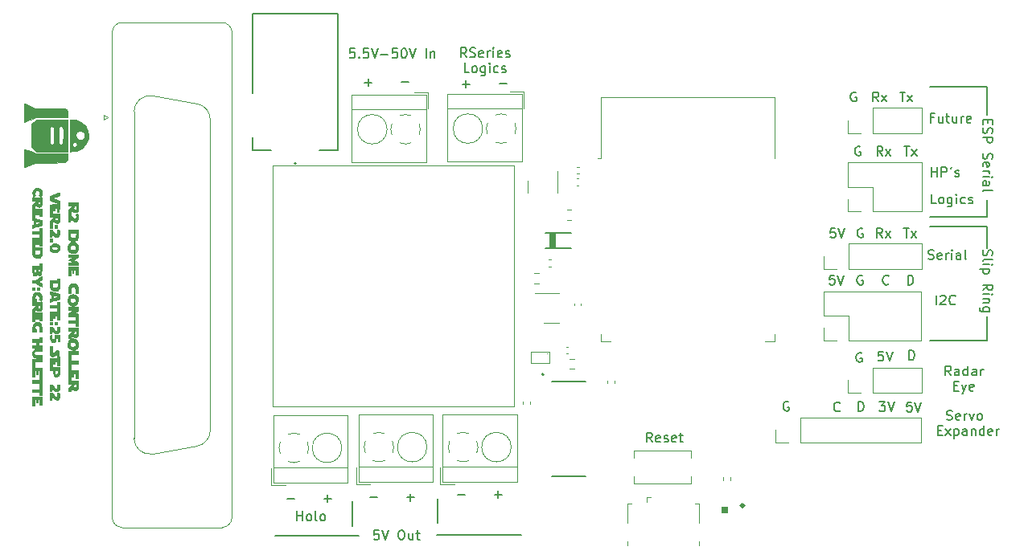
<source format=gbr>
%TF.GenerationSoftware,KiCad,Pcbnew,(6.0.0-0)*%
%TF.CreationDate,2022-09-25T22:14:04-04:00*%
%TF.ProjectId,Dome_Controller,446f6d65-5f43-46f6-9e74-726f6c6c6572,rev?*%
%TF.SameCoordinates,Original*%
%TF.FileFunction,Legend,Top*%
%TF.FilePolarity,Positive*%
%FSLAX46Y46*%
G04 Gerber Fmt 4.6, Leading zero omitted, Abs format (unit mm)*
G04 Created by KiCad (PCBNEW (6.0.0-0)) date 2022-09-25 22:14:04*
%MOMM*%
%LPD*%
G01*
G04 APERTURE LIST*
%ADD10C,0.150000*%
%ADD11C,0.120000*%
%ADD12C,0.200000*%
%ADD13C,0.127000*%
%ADD14C,0.010000*%
%ADD15C,0.300000*%
%ADD16C,0.101600*%
%ADD17C,0.103000*%
G04 APERTURE END LIST*
D10*
X149000000Y-61500000D02*
X143000000Y-61500000D01*
X149000000Y-75250000D02*
X143000000Y-75250000D01*
X149000000Y-88250000D02*
X143000000Y-88250000D01*
X149000000Y-76250000D02*
X143000000Y-76250000D01*
X140658095Y-82392380D02*
X140658095Y-81392380D01*
X140896190Y-81392380D01*
X141039047Y-81440000D01*
X141134285Y-81535238D01*
X141181904Y-81630476D01*
X141229523Y-81820952D01*
X141229523Y-81963809D01*
X141181904Y-82154285D01*
X141134285Y-82249523D01*
X141039047Y-82344761D01*
X140896190Y-82392380D01*
X140658095Y-82392380D01*
X138629523Y-82297142D02*
X138581904Y-82344761D01*
X138439047Y-82392380D01*
X138343809Y-82392380D01*
X138200952Y-82344761D01*
X138105714Y-82249523D01*
X138058095Y-82154285D01*
X138010476Y-81963809D01*
X138010476Y-81820952D01*
X138058095Y-81630476D01*
X138105714Y-81535238D01*
X138200952Y-81440000D01*
X138343809Y-81392380D01*
X138439047Y-81392380D01*
X138581904Y-81440000D01*
X138629523Y-81487619D01*
X135881904Y-81440000D02*
X135786666Y-81392380D01*
X135643809Y-81392380D01*
X135500952Y-81440000D01*
X135405714Y-81535238D01*
X135358095Y-81630476D01*
X135310476Y-81820952D01*
X135310476Y-81963809D01*
X135358095Y-82154285D01*
X135405714Y-82249523D01*
X135500952Y-82344761D01*
X135643809Y-82392380D01*
X135739047Y-82392380D01*
X135881904Y-82344761D01*
X135929523Y-82297142D01*
X135929523Y-81963809D01*
X135739047Y-81963809D01*
X132909523Y-81392380D02*
X132433333Y-81392380D01*
X132385714Y-81868571D01*
X132433333Y-81820952D01*
X132528571Y-81773333D01*
X132766666Y-81773333D01*
X132861904Y-81820952D01*
X132909523Y-81868571D01*
X132957142Y-81963809D01*
X132957142Y-82201904D01*
X132909523Y-82297142D01*
X132861904Y-82344761D01*
X132766666Y-82392380D01*
X132528571Y-82392380D01*
X132433333Y-82344761D01*
X132385714Y-82297142D01*
X133242857Y-81392380D02*
X133576190Y-82392380D01*
X133909523Y-81392380D01*
X133009523Y-76442380D02*
X132533333Y-76442380D01*
X132485714Y-76918571D01*
X132533333Y-76870952D01*
X132628571Y-76823333D01*
X132866666Y-76823333D01*
X132961904Y-76870952D01*
X133009523Y-76918571D01*
X133057142Y-77013809D01*
X133057142Y-77251904D01*
X133009523Y-77347142D01*
X132961904Y-77394761D01*
X132866666Y-77442380D01*
X132628571Y-77442380D01*
X132533333Y-77394761D01*
X132485714Y-77347142D01*
X133342857Y-76442380D02*
X133676190Y-77442380D01*
X134009523Y-76442380D01*
X135891904Y-76490000D02*
X135796666Y-76442380D01*
X135653809Y-76442380D01*
X135510952Y-76490000D01*
X135415714Y-76585238D01*
X135368095Y-76680476D01*
X135320476Y-76870952D01*
X135320476Y-77013809D01*
X135368095Y-77204285D01*
X135415714Y-77299523D01*
X135510952Y-77394761D01*
X135653809Y-77442380D01*
X135749047Y-77442380D01*
X135891904Y-77394761D01*
X135939523Y-77347142D01*
X135939523Y-77013809D01*
X135749047Y-77013809D01*
X140195237Y-76442380D02*
X140766666Y-76442380D01*
X140480952Y-77442380D02*
X140480952Y-76442380D01*
X141004761Y-77442380D02*
X141528571Y-76775714D01*
X141004761Y-76775714D02*
X141528571Y-77442380D01*
X137949523Y-77442380D02*
X137616190Y-76966190D01*
X137378095Y-77442380D02*
X137378095Y-76442380D01*
X137759047Y-76442380D01*
X137854285Y-76490000D01*
X137901904Y-76537619D01*
X137949523Y-76632857D01*
X137949523Y-76775714D01*
X137901904Y-76870952D01*
X137854285Y-76918571D01*
X137759047Y-76966190D01*
X137378095Y-76966190D01*
X138282857Y-77442380D02*
X138806666Y-76775714D01*
X138282857Y-76775714D02*
X138806666Y-77442380D01*
X149000000Y-88250000D02*
X149000000Y-85750000D01*
X149000000Y-78500000D02*
X149000000Y-76250000D01*
X148595238Y-78738095D02*
X148547619Y-78880952D01*
X148547619Y-79119047D01*
X148595238Y-79214285D01*
X148642857Y-79261904D01*
X148738095Y-79309523D01*
X148833333Y-79309523D01*
X148928571Y-79261904D01*
X148976190Y-79214285D01*
X149023809Y-79119047D01*
X149071428Y-78928571D01*
X149119047Y-78833333D01*
X149166666Y-78785714D01*
X149261904Y-78738095D01*
X149357142Y-78738095D01*
X149452380Y-78785714D01*
X149500000Y-78833333D01*
X149547619Y-78928571D01*
X149547619Y-79166666D01*
X149500000Y-79309523D01*
X148547619Y-79880952D02*
X148595238Y-79785714D01*
X148690476Y-79738095D01*
X149547619Y-79738095D01*
X148547619Y-80261904D02*
X149214285Y-80261904D01*
X149547619Y-80261904D02*
X149500000Y-80214285D01*
X149452380Y-80261904D01*
X149500000Y-80309523D01*
X149547619Y-80261904D01*
X149452380Y-80261904D01*
X149214285Y-80738095D02*
X148214285Y-80738095D01*
X149166666Y-80738095D02*
X149214285Y-80833333D01*
X149214285Y-81023809D01*
X149166666Y-81119047D01*
X149119047Y-81166666D01*
X149023809Y-81214285D01*
X148738095Y-81214285D01*
X148642857Y-81166666D01*
X148595238Y-81119047D01*
X148547619Y-81023809D01*
X148547619Y-80833333D01*
X148595238Y-80738095D01*
X148547619Y-82976190D02*
X149023809Y-82642857D01*
X148547619Y-82404761D02*
X149547619Y-82404761D01*
X149547619Y-82785714D01*
X149500000Y-82880952D01*
X149452380Y-82928571D01*
X149357142Y-82976190D01*
X149214285Y-82976190D01*
X149119047Y-82928571D01*
X149071428Y-82880952D01*
X149023809Y-82785714D01*
X149023809Y-82404761D01*
X148547619Y-83404761D02*
X149214285Y-83404761D01*
X149547619Y-83404761D02*
X149500000Y-83357142D01*
X149452380Y-83404761D01*
X149500000Y-83452380D01*
X149547619Y-83404761D01*
X149452380Y-83404761D01*
X149214285Y-83880952D02*
X148547619Y-83880952D01*
X149119047Y-83880952D02*
X149166666Y-83928571D01*
X149214285Y-84023809D01*
X149214285Y-84166666D01*
X149166666Y-84261904D01*
X149071428Y-84309523D01*
X148547619Y-84309523D01*
X149214285Y-85214285D02*
X148404761Y-85214285D01*
X148309523Y-85166666D01*
X148261904Y-85119047D01*
X148214285Y-85023809D01*
X148214285Y-84880952D01*
X148261904Y-84785714D01*
X148595238Y-85214285D02*
X148547619Y-85119047D01*
X148547619Y-84928571D01*
X148595238Y-84833333D01*
X148642857Y-84785714D01*
X148738095Y-84738095D01*
X149023809Y-84738095D01*
X149119047Y-84785714D01*
X149166666Y-84833333D01*
X149214285Y-84928571D01*
X149214285Y-85119047D01*
X149166666Y-85214285D01*
X135641904Y-67840000D02*
X135546666Y-67792380D01*
X135403809Y-67792380D01*
X135260952Y-67840000D01*
X135165714Y-67935238D01*
X135118095Y-68030476D01*
X135070476Y-68220952D01*
X135070476Y-68363809D01*
X135118095Y-68554285D01*
X135165714Y-68649523D01*
X135260952Y-68744761D01*
X135403809Y-68792380D01*
X135499047Y-68792380D01*
X135641904Y-68744761D01*
X135689523Y-68697142D01*
X135689523Y-68363809D01*
X135499047Y-68363809D01*
X137999523Y-68792380D02*
X137666190Y-68316190D01*
X137428095Y-68792380D02*
X137428095Y-67792380D01*
X137809047Y-67792380D01*
X137904285Y-67840000D01*
X137951904Y-67887619D01*
X137999523Y-67982857D01*
X137999523Y-68125714D01*
X137951904Y-68220952D01*
X137904285Y-68268571D01*
X137809047Y-68316190D01*
X137428095Y-68316190D01*
X138332857Y-68792380D02*
X138856666Y-68125714D01*
X138332857Y-68125714D02*
X138856666Y-68792380D01*
X140245237Y-67792380D02*
X140816666Y-67792380D01*
X140530952Y-68792380D02*
X140530952Y-67792380D01*
X141054761Y-68792380D02*
X141578571Y-68125714D01*
X141054761Y-68125714D02*
X141578571Y-68792380D01*
X143643809Y-84492380D02*
X143643809Y-83492380D01*
X144072380Y-83587619D02*
X144120000Y-83540000D01*
X144215238Y-83492380D01*
X144453333Y-83492380D01*
X144548571Y-83540000D01*
X144596190Y-83587619D01*
X144643809Y-83682857D01*
X144643809Y-83778095D01*
X144596190Y-83920952D01*
X144024761Y-84492380D01*
X144643809Y-84492380D01*
X145643809Y-84397142D02*
X145596190Y-84444761D01*
X145453333Y-84492380D01*
X145358095Y-84492380D01*
X145215238Y-84444761D01*
X145120000Y-84349523D01*
X145072380Y-84254285D01*
X145024761Y-84063809D01*
X145024761Y-83920952D01*
X145072380Y-83730476D01*
X145120000Y-83635238D01*
X145215238Y-83540000D01*
X145358095Y-83492380D01*
X145453333Y-83492380D01*
X145596190Y-83540000D01*
X145643809Y-83587619D01*
X142823809Y-79674761D02*
X142966666Y-79722380D01*
X143204761Y-79722380D01*
X143300000Y-79674761D01*
X143347619Y-79627142D01*
X143395238Y-79531904D01*
X143395238Y-79436666D01*
X143347619Y-79341428D01*
X143300000Y-79293809D01*
X143204761Y-79246190D01*
X143014285Y-79198571D01*
X142919047Y-79150952D01*
X142871428Y-79103333D01*
X142823809Y-79008095D01*
X142823809Y-78912857D01*
X142871428Y-78817619D01*
X142919047Y-78770000D01*
X143014285Y-78722380D01*
X143252380Y-78722380D01*
X143395238Y-78770000D01*
X144204761Y-79674761D02*
X144109523Y-79722380D01*
X143919047Y-79722380D01*
X143823809Y-79674761D01*
X143776190Y-79579523D01*
X143776190Y-79198571D01*
X143823809Y-79103333D01*
X143919047Y-79055714D01*
X144109523Y-79055714D01*
X144204761Y-79103333D01*
X144252380Y-79198571D01*
X144252380Y-79293809D01*
X143776190Y-79389047D01*
X144680952Y-79722380D02*
X144680952Y-79055714D01*
X144680952Y-79246190D02*
X144728571Y-79150952D01*
X144776190Y-79103333D01*
X144871428Y-79055714D01*
X144966666Y-79055714D01*
X145300000Y-79722380D02*
X145300000Y-79055714D01*
X145300000Y-78722380D02*
X145252380Y-78770000D01*
X145300000Y-78817619D01*
X145347619Y-78770000D01*
X145300000Y-78722380D01*
X145300000Y-78817619D01*
X146204761Y-79722380D02*
X146204761Y-79198571D01*
X146157142Y-79103333D01*
X146061904Y-79055714D01*
X145871428Y-79055714D01*
X145776190Y-79103333D01*
X146204761Y-79674761D02*
X146109523Y-79722380D01*
X145871428Y-79722380D01*
X145776190Y-79674761D01*
X145728571Y-79579523D01*
X145728571Y-79484285D01*
X145776190Y-79389047D01*
X145871428Y-79341428D01*
X146109523Y-79341428D01*
X146204761Y-79293809D01*
X146823809Y-79722380D02*
X146728571Y-79674761D01*
X146680952Y-79579523D01*
X146680952Y-78722380D01*
X91180000Y-104920000D02*
X91180000Y-107500000D01*
X149000000Y-64500000D02*
X149010000Y-61500000D01*
X82890000Y-108890000D02*
X74020000Y-108890000D01*
X82210000Y-105230000D02*
X82210000Y-107810000D01*
X149000000Y-73500000D02*
X149000000Y-75250000D01*
X99935000Y-108730000D02*
X91065000Y-108730000D01*
X145182857Y-91957380D02*
X144849523Y-91481190D01*
X144611428Y-91957380D02*
X144611428Y-90957380D01*
X144992380Y-90957380D01*
X145087619Y-91005000D01*
X145135238Y-91052619D01*
X145182857Y-91147857D01*
X145182857Y-91290714D01*
X145135238Y-91385952D01*
X145087619Y-91433571D01*
X144992380Y-91481190D01*
X144611428Y-91481190D01*
X146040000Y-91957380D02*
X146040000Y-91433571D01*
X145992380Y-91338333D01*
X145897142Y-91290714D01*
X145706666Y-91290714D01*
X145611428Y-91338333D01*
X146040000Y-91909761D02*
X145944761Y-91957380D01*
X145706666Y-91957380D01*
X145611428Y-91909761D01*
X145563809Y-91814523D01*
X145563809Y-91719285D01*
X145611428Y-91624047D01*
X145706666Y-91576428D01*
X145944761Y-91576428D01*
X146040000Y-91528809D01*
X146944761Y-91957380D02*
X146944761Y-90957380D01*
X146944761Y-91909761D02*
X146849523Y-91957380D01*
X146659047Y-91957380D01*
X146563809Y-91909761D01*
X146516190Y-91862142D01*
X146468571Y-91766904D01*
X146468571Y-91481190D01*
X146516190Y-91385952D01*
X146563809Y-91338333D01*
X146659047Y-91290714D01*
X146849523Y-91290714D01*
X146944761Y-91338333D01*
X147849523Y-91957380D02*
X147849523Y-91433571D01*
X147801904Y-91338333D01*
X147706666Y-91290714D01*
X147516190Y-91290714D01*
X147420952Y-91338333D01*
X147849523Y-91909761D02*
X147754285Y-91957380D01*
X147516190Y-91957380D01*
X147420952Y-91909761D01*
X147373333Y-91814523D01*
X147373333Y-91719285D01*
X147420952Y-91624047D01*
X147516190Y-91576428D01*
X147754285Y-91576428D01*
X147849523Y-91528809D01*
X148325714Y-91957380D02*
X148325714Y-91290714D01*
X148325714Y-91481190D02*
X148373333Y-91385952D01*
X148420952Y-91338333D01*
X148516190Y-91290714D01*
X148611428Y-91290714D01*
X145516190Y-93043571D02*
X145849523Y-93043571D01*
X145992380Y-93567380D02*
X145516190Y-93567380D01*
X145516190Y-92567380D01*
X145992380Y-92567380D01*
X146325714Y-92900714D02*
X146563809Y-93567380D01*
X146801904Y-92900714D02*
X146563809Y-93567380D01*
X146468571Y-93805476D01*
X146420952Y-93853095D01*
X146325714Y-93900714D01*
X147563809Y-93519761D02*
X147468571Y-93567380D01*
X147278095Y-93567380D01*
X147182857Y-93519761D01*
X147135238Y-93424523D01*
X147135238Y-93043571D01*
X147182857Y-92948333D01*
X147278095Y-92900714D01*
X147468571Y-92900714D01*
X147563809Y-92948333D01*
X147611428Y-93043571D01*
X147611428Y-93138809D01*
X147135238Y-93234047D01*
X84966666Y-108262380D02*
X84490476Y-108262380D01*
X84442857Y-108738571D01*
X84490476Y-108690952D01*
X84585714Y-108643333D01*
X84823809Y-108643333D01*
X84919047Y-108690952D01*
X84966666Y-108738571D01*
X85014285Y-108833809D01*
X85014285Y-109071904D01*
X84966666Y-109167142D01*
X84919047Y-109214761D01*
X84823809Y-109262380D01*
X84585714Y-109262380D01*
X84490476Y-109214761D01*
X84442857Y-109167142D01*
X85300000Y-108262380D02*
X85633333Y-109262380D01*
X85966666Y-108262380D01*
X87252380Y-108262380D02*
X87442857Y-108262380D01*
X87538095Y-108310000D01*
X87633333Y-108405238D01*
X87680952Y-108595714D01*
X87680952Y-108929047D01*
X87633333Y-109119523D01*
X87538095Y-109214761D01*
X87442857Y-109262380D01*
X87252380Y-109262380D01*
X87157142Y-109214761D01*
X87061904Y-109119523D01*
X87014285Y-108929047D01*
X87014285Y-108595714D01*
X87061904Y-108405238D01*
X87157142Y-108310000D01*
X87252380Y-108262380D01*
X88538095Y-108595714D02*
X88538095Y-109262380D01*
X88109523Y-108595714D02*
X88109523Y-109119523D01*
X88157142Y-109214761D01*
X88252380Y-109262380D01*
X88395238Y-109262380D01*
X88490476Y-109214761D01*
X88538095Y-109167142D01*
X88871428Y-108595714D02*
X89252380Y-108595714D01*
X89014285Y-108262380D02*
X89014285Y-109119523D01*
X89061904Y-109214761D01*
X89157142Y-109262380D01*
X89252380Y-109262380D01*
X76367619Y-107262380D02*
X76367619Y-106262380D01*
X76367619Y-106738571D02*
X76939047Y-106738571D01*
X76939047Y-107262380D02*
X76939047Y-106262380D01*
X77558095Y-107262380D02*
X77462857Y-107214761D01*
X77415238Y-107167142D01*
X77367619Y-107071904D01*
X77367619Y-106786190D01*
X77415238Y-106690952D01*
X77462857Y-106643333D01*
X77558095Y-106595714D01*
X77700952Y-106595714D01*
X77796190Y-106643333D01*
X77843809Y-106690952D01*
X77891428Y-106786190D01*
X77891428Y-107071904D01*
X77843809Y-107167142D01*
X77796190Y-107214761D01*
X77700952Y-107262380D01*
X77558095Y-107262380D01*
X78462857Y-107262380D02*
X78367619Y-107214761D01*
X78320000Y-107119523D01*
X78320000Y-106262380D01*
X78986666Y-107262380D02*
X78891428Y-107214761D01*
X78843809Y-107167142D01*
X78796190Y-107071904D01*
X78796190Y-106786190D01*
X78843809Y-106690952D01*
X78891428Y-106643333D01*
X78986666Y-106595714D01*
X79129523Y-106595714D01*
X79224761Y-106643333D01*
X79272380Y-106690952D01*
X79320000Y-106786190D01*
X79320000Y-107071904D01*
X79272380Y-107167142D01*
X79224761Y-107214761D01*
X79129523Y-107262380D01*
X78986666Y-107262380D01*
X144741904Y-96599761D02*
X144884761Y-96647380D01*
X145122857Y-96647380D01*
X145218095Y-96599761D01*
X145265714Y-96552142D01*
X145313333Y-96456904D01*
X145313333Y-96361666D01*
X145265714Y-96266428D01*
X145218095Y-96218809D01*
X145122857Y-96171190D01*
X144932380Y-96123571D01*
X144837142Y-96075952D01*
X144789523Y-96028333D01*
X144741904Y-95933095D01*
X144741904Y-95837857D01*
X144789523Y-95742619D01*
X144837142Y-95695000D01*
X144932380Y-95647380D01*
X145170476Y-95647380D01*
X145313333Y-95695000D01*
X146122857Y-96599761D02*
X146027619Y-96647380D01*
X145837142Y-96647380D01*
X145741904Y-96599761D01*
X145694285Y-96504523D01*
X145694285Y-96123571D01*
X145741904Y-96028333D01*
X145837142Y-95980714D01*
X146027619Y-95980714D01*
X146122857Y-96028333D01*
X146170476Y-96123571D01*
X146170476Y-96218809D01*
X145694285Y-96314047D01*
X146599047Y-96647380D02*
X146599047Y-95980714D01*
X146599047Y-96171190D02*
X146646666Y-96075952D01*
X146694285Y-96028333D01*
X146789523Y-95980714D01*
X146884761Y-95980714D01*
X147122857Y-95980714D02*
X147360952Y-96647380D01*
X147599047Y-95980714D01*
X148122857Y-96647380D02*
X148027619Y-96599761D01*
X147980000Y-96552142D01*
X147932380Y-96456904D01*
X147932380Y-96171190D01*
X147980000Y-96075952D01*
X148027619Y-96028333D01*
X148122857Y-95980714D01*
X148265714Y-95980714D01*
X148360952Y-96028333D01*
X148408571Y-96075952D01*
X148456190Y-96171190D01*
X148456190Y-96456904D01*
X148408571Y-96552142D01*
X148360952Y-96599761D01*
X148265714Y-96647380D01*
X148122857Y-96647380D01*
X143813333Y-97733571D02*
X144146666Y-97733571D01*
X144289523Y-98257380D02*
X143813333Y-98257380D01*
X143813333Y-97257380D01*
X144289523Y-97257380D01*
X144622857Y-98257380D02*
X145146666Y-97590714D01*
X144622857Y-97590714D02*
X145146666Y-98257380D01*
X145527619Y-97590714D02*
X145527619Y-98590714D01*
X145527619Y-97638333D02*
X145622857Y-97590714D01*
X145813333Y-97590714D01*
X145908571Y-97638333D01*
X145956190Y-97685952D01*
X146003809Y-97781190D01*
X146003809Y-98066904D01*
X145956190Y-98162142D01*
X145908571Y-98209761D01*
X145813333Y-98257380D01*
X145622857Y-98257380D01*
X145527619Y-98209761D01*
X146860952Y-98257380D02*
X146860952Y-97733571D01*
X146813333Y-97638333D01*
X146718095Y-97590714D01*
X146527619Y-97590714D01*
X146432380Y-97638333D01*
X146860952Y-98209761D02*
X146765714Y-98257380D01*
X146527619Y-98257380D01*
X146432380Y-98209761D01*
X146384761Y-98114523D01*
X146384761Y-98019285D01*
X146432380Y-97924047D01*
X146527619Y-97876428D01*
X146765714Y-97876428D01*
X146860952Y-97828809D01*
X147337142Y-97590714D02*
X147337142Y-98257380D01*
X147337142Y-97685952D02*
X147384761Y-97638333D01*
X147480000Y-97590714D01*
X147622857Y-97590714D01*
X147718095Y-97638333D01*
X147765714Y-97733571D01*
X147765714Y-98257380D01*
X148670476Y-98257380D02*
X148670476Y-97257380D01*
X148670476Y-98209761D02*
X148575238Y-98257380D01*
X148384761Y-98257380D01*
X148289523Y-98209761D01*
X148241904Y-98162142D01*
X148194285Y-98066904D01*
X148194285Y-97781190D01*
X148241904Y-97685952D01*
X148289523Y-97638333D01*
X148384761Y-97590714D01*
X148575238Y-97590714D01*
X148670476Y-97638333D01*
X149527619Y-98209761D02*
X149432380Y-98257380D01*
X149241904Y-98257380D01*
X149146666Y-98209761D01*
X149099047Y-98114523D01*
X149099047Y-97733571D01*
X149146666Y-97638333D01*
X149241904Y-97590714D01*
X149432380Y-97590714D01*
X149527619Y-97638333D01*
X149575238Y-97733571D01*
X149575238Y-97828809D01*
X149099047Y-97924047D01*
X150003809Y-98257380D02*
X150003809Y-97590714D01*
X150003809Y-97781190D02*
X150051428Y-97685952D01*
X150099047Y-97638333D01*
X150194285Y-97590714D01*
X150289523Y-97590714D01*
X139805237Y-62082380D02*
X140376666Y-62082380D01*
X140090952Y-63082380D02*
X140090952Y-62082380D01*
X140614761Y-63082380D02*
X141138571Y-62415714D01*
X140614761Y-62415714D02*
X141138571Y-63082380D01*
X79960952Y-104938571D02*
X79199047Y-104938571D01*
X79580000Y-104557619D02*
X79580000Y-105319523D01*
X83469047Y-61061428D02*
X84230952Y-61061428D01*
X83850000Y-61442380D02*
X83850000Y-60680476D01*
X84780952Y-104818571D02*
X84019047Y-104818571D01*
X87379047Y-61031428D02*
X88140952Y-61031428D01*
X93779047Y-61251428D02*
X94540952Y-61251428D01*
X94160000Y-61632380D02*
X94160000Y-60870476D01*
X141044761Y-94772380D02*
X140568571Y-94772380D01*
X140520952Y-95248571D01*
X140568571Y-95200952D01*
X140663809Y-95153333D01*
X140901904Y-95153333D01*
X140997142Y-95200952D01*
X141044761Y-95248571D01*
X141092380Y-95343809D01*
X141092380Y-95581904D01*
X141044761Y-95677142D01*
X140997142Y-95724761D01*
X140901904Y-95772380D01*
X140663809Y-95772380D01*
X140568571Y-95724761D01*
X140520952Y-95677142D01*
X141378095Y-94772380D02*
X141711428Y-95772380D01*
X142044761Y-94772380D01*
X135781904Y-89610000D02*
X135686666Y-89562380D01*
X135543809Y-89562380D01*
X135400952Y-89610000D01*
X135305714Y-89705238D01*
X135258095Y-89800476D01*
X135210476Y-89990952D01*
X135210476Y-90133809D01*
X135258095Y-90324285D01*
X135305714Y-90419523D01*
X135400952Y-90514761D01*
X135543809Y-90562380D01*
X135639047Y-90562380D01*
X135781904Y-90514761D01*
X135829523Y-90467142D01*
X135829523Y-90133809D01*
X135639047Y-90133809D01*
X135458095Y-95712380D02*
X135458095Y-94712380D01*
X135696190Y-94712380D01*
X135839047Y-94760000D01*
X135934285Y-94855238D01*
X135981904Y-94950476D01*
X136029523Y-95140952D01*
X136029523Y-95283809D01*
X135981904Y-95474285D01*
X135934285Y-95569523D01*
X135839047Y-95664761D01*
X135696190Y-95712380D01*
X135458095Y-95712380D01*
X88690952Y-104788571D02*
X87929047Y-104788571D01*
X88310000Y-104407619D02*
X88310000Y-105169523D01*
X128101904Y-94740000D02*
X128006666Y-94692380D01*
X127863809Y-94692380D01*
X127720952Y-94740000D01*
X127625714Y-94835238D01*
X127578095Y-94930476D01*
X127530476Y-95120952D01*
X127530476Y-95263809D01*
X127578095Y-95454285D01*
X127625714Y-95549523D01*
X127720952Y-95644761D01*
X127863809Y-95692380D01*
X127959047Y-95692380D01*
X128101904Y-95644761D01*
X128149523Y-95597142D01*
X128149523Y-95263809D01*
X127959047Y-95263809D01*
X143138570Y-71002380D02*
X143138570Y-70002380D01*
X143138570Y-70478571D02*
X143709999Y-70478571D01*
X143709999Y-71002380D02*
X143709999Y-70002380D01*
X144186189Y-71002380D02*
X144186189Y-70002380D01*
X144567142Y-70002380D01*
X144662380Y-70050000D01*
X144709999Y-70097619D01*
X144757618Y-70192857D01*
X144757618Y-70335714D01*
X144709999Y-70430952D01*
X144662380Y-70478571D01*
X144567142Y-70526190D01*
X144186189Y-70526190D01*
X145233808Y-70002380D02*
X145138570Y-70192857D01*
X145614761Y-70954761D02*
X145709999Y-71002380D01*
X145900475Y-71002380D01*
X145995713Y-70954761D01*
X146043332Y-70859523D01*
X146043332Y-70811904D01*
X145995713Y-70716666D01*
X145900475Y-70669047D01*
X145757618Y-70669047D01*
X145662380Y-70621428D01*
X145614761Y-70526190D01*
X145614761Y-70478571D01*
X145662380Y-70383333D01*
X145757618Y-70335714D01*
X145900475Y-70335714D01*
X145995713Y-70383333D01*
X82423809Y-57482380D02*
X81947619Y-57482380D01*
X81900000Y-57958571D01*
X81947619Y-57910952D01*
X82042857Y-57863333D01*
X82280952Y-57863333D01*
X82376190Y-57910952D01*
X82423809Y-57958571D01*
X82471428Y-58053809D01*
X82471428Y-58291904D01*
X82423809Y-58387142D01*
X82376190Y-58434761D01*
X82280952Y-58482380D01*
X82042857Y-58482380D01*
X81947619Y-58434761D01*
X81900000Y-58387142D01*
X82900000Y-58387142D02*
X82947619Y-58434761D01*
X82900000Y-58482380D01*
X82852380Y-58434761D01*
X82900000Y-58387142D01*
X82900000Y-58482380D01*
X83852380Y-57482380D02*
X83376190Y-57482380D01*
X83328571Y-57958571D01*
X83376190Y-57910952D01*
X83471428Y-57863333D01*
X83709523Y-57863333D01*
X83804761Y-57910952D01*
X83852380Y-57958571D01*
X83900000Y-58053809D01*
X83900000Y-58291904D01*
X83852380Y-58387142D01*
X83804761Y-58434761D01*
X83709523Y-58482380D01*
X83471428Y-58482380D01*
X83376190Y-58434761D01*
X83328571Y-58387142D01*
X84185714Y-57482380D02*
X84519047Y-58482380D01*
X84852380Y-57482380D01*
X85185714Y-58101428D02*
X85947619Y-58101428D01*
X86900000Y-57482380D02*
X86423809Y-57482380D01*
X86376190Y-57958571D01*
X86423809Y-57910952D01*
X86519047Y-57863333D01*
X86757142Y-57863333D01*
X86852380Y-57910952D01*
X86900000Y-57958571D01*
X86947619Y-58053809D01*
X86947619Y-58291904D01*
X86900000Y-58387142D01*
X86852380Y-58434761D01*
X86757142Y-58482380D01*
X86519047Y-58482380D01*
X86423809Y-58434761D01*
X86376190Y-58387142D01*
X87566666Y-57482380D02*
X87661904Y-57482380D01*
X87757142Y-57530000D01*
X87804761Y-57577619D01*
X87852380Y-57672857D01*
X87900000Y-57863333D01*
X87900000Y-58101428D01*
X87852380Y-58291904D01*
X87804761Y-58387142D01*
X87757142Y-58434761D01*
X87661904Y-58482380D01*
X87566666Y-58482380D01*
X87471428Y-58434761D01*
X87423809Y-58387142D01*
X87376190Y-58291904D01*
X87328571Y-58101428D01*
X87328571Y-57863333D01*
X87376190Y-57672857D01*
X87423809Y-57577619D01*
X87471428Y-57530000D01*
X87566666Y-57482380D01*
X88185714Y-57482380D02*
X88519047Y-58482380D01*
X88852380Y-57482380D01*
X89947619Y-58482380D02*
X89947619Y-57482380D01*
X90423809Y-57815714D02*
X90423809Y-58482380D01*
X90423809Y-57910952D02*
X90471428Y-57863333D01*
X90566666Y-57815714D01*
X90709523Y-57815714D01*
X90804761Y-57863333D01*
X90852380Y-57958571D01*
X90852380Y-58482380D01*
X94183809Y-58407380D02*
X93850476Y-57931190D01*
X93612380Y-58407380D02*
X93612380Y-57407380D01*
X93993333Y-57407380D01*
X94088571Y-57455000D01*
X94136190Y-57502619D01*
X94183809Y-57597857D01*
X94183809Y-57740714D01*
X94136190Y-57835952D01*
X94088571Y-57883571D01*
X93993333Y-57931190D01*
X93612380Y-57931190D01*
X94564761Y-58359761D02*
X94707619Y-58407380D01*
X94945714Y-58407380D01*
X95040952Y-58359761D01*
X95088571Y-58312142D01*
X95136190Y-58216904D01*
X95136190Y-58121666D01*
X95088571Y-58026428D01*
X95040952Y-57978809D01*
X94945714Y-57931190D01*
X94755238Y-57883571D01*
X94660000Y-57835952D01*
X94612380Y-57788333D01*
X94564761Y-57693095D01*
X94564761Y-57597857D01*
X94612380Y-57502619D01*
X94660000Y-57455000D01*
X94755238Y-57407380D01*
X94993333Y-57407380D01*
X95136190Y-57455000D01*
X95945714Y-58359761D02*
X95850476Y-58407380D01*
X95660000Y-58407380D01*
X95564761Y-58359761D01*
X95517142Y-58264523D01*
X95517142Y-57883571D01*
X95564761Y-57788333D01*
X95660000Y-57740714D01*
X95850476Y-57740714D01*
X95945714Y-57788333D01*
X95993333Y-57883571D01*
X95993333Y-57978809D01*
X95517142Y-58074047D01*
X96421904Y-58407380D02*
X96421904Y-57740714D01*
X96421904Y-57931190D02*
X96469523Y-57835952D01*
X96517142Y-57788333D01*
X96612380Y-57740714D01*
X96707619Y-57740714D01*
X97040952Y-58407380D02*
X97040952Y-57740714D01*
X97040952Y-57407380D02*
X96993333Y-57455000D01*
X97040952Y-57502619D01*
X97088571Y-57455000D01*
X97040952Y-57407380D01*
X97040952Y-57502619D01*
X97898095Y-58359761D02*
X97802857Y-58407380D01*
X97612380Y-58407380D01*
X97517142Y-58359761D01*
X97469523Y-58264523D01*
X97469523Y-57883571D01*
X97517142Y-57788333D01*
X97612380Y-57740714D01*
X97802857Y-57740714D01*
X97898095Y-57788333D01*
X97945714Y-57883571D01*
X97945714Y-57978809D01*
X97469523Y-58074047D01*
X98326666Y-58359761D02*
X98421904Y-58407380D01*
X98612380Y-58407380D01*
X98707619Y-58359761D01*
X98755238Y-58264523D01*
X98755238Y-58216904D01*
X98707619Y-58121666D01*
X98612380Y-58074047D01*
X98469523Y-58074047D01*
X98374285Y-58026428D01*
X98326666Y-57931190D01*
X98326666Y-57883571D01*
X98374285Y-57788333D01*
X98469523Y-57740714D01*
X98612380Y-57740714D01*
X98707619Y-57788333D01*
X94493333Y-60017380D02*
X94017142Y-60017380D01*
X94017142Y-59017380D01*
X94969523Y-60017380D02*
X94874285Y-59969761D01*
X94826666Y-59922142D01*
X94779047Y-59826904D01*
X94779047Y-59541190D01*
X94826666Y-59445952D01*
X94874285Y-59398333D01*
X94969523Y-59350714D01*
X95112380Y-59350714D01*
X95207619Y-59398333D01*
X95255238Y-59445952D01*
X95302857Y-59541190D01*
X95302857Y-59826904D01*
X95255238Y-59922142D01*
X95207619Y-59969761D01*
X95112380Y-60017380D01*
X94969523Y-60017380D01*
X96160000Y-59350714D02*
X96160000Y-60160238D01*
X96112380Y-60255476D01*
X96064761Y-60303095D01*
X95969523Y-60350714D01*
X95826666Y-60350714D01*
X95731428Y-60303095D01*
X96160000Y-59969761D02*
X96064761Y-60017380D01*
X95874285Y-60017380D01*
X95779047Y-59969761D01*
X95731428Y-59922142D01*
X95683809Y-59826904D01*
X95683809Y-59541190D01*
X95731428Y-59445952D01*
X95779047Y-59398333D01*
X95874285Y-59350714D01*
X96064761Y-59350714D01*
X96160000Y-59398333D01*
X96636190Y-60017380D02*
X96636190Y-59350714D01*
X96636190Y-59017380D02*
X96588571Y-59065000D01*
X96636190Y-59112619D01*
X96683809Y-59065000D01*
X96636190Y-59017380D01*
X96636190Y-59112619D01*
X97540952Y-59969761D02*
X97445714Y-60017380D01*
X97255238Y-60017380D01*
X97160000Y-59969761D01*
X97112380Y-59922142D01*
X97064761Y-59826904D01*
X97064761Y-59541190D01*
X97112380Y-59445952D01*
X97160000Y-59398333D01*
X97255238Y-59350714D01*
X97445714Y-59350714D01*
X97540952Y-59398333D01*
X97921904Y-59969761D02*
X98017142Y-60017380D01*
X98207619Y-60017380D01*
X98302857Y-59969761D01*
X98350476Y-59874523D01*
X98350476Y-59826904D01*
X98302857Y-59731666D01*
X98207619Y-59684047D01*
X98064761Y-59684047D01*
X97969523Y-59636428D01*
X97921904Y-59541190D01*
X97921904Y-59493571D01*
X97969523Y-59398333D01*
X98064761Y-59350714D01*
X98207619Y-59350714D01*
X98302857Y-59398333D01*
X149071428Y-64991904D02*
X149071428Y-65325238D01*
X148547619Y-65468095D02*
X148547619Y-64991904D01*
X149547619Y-64991904D01*
X149547619Y-65468095D01*
X148595238Y-65849047D02*
X148547619Y-65991904D01*
X148547619Y-66230000D01*
X148595238Y-66325238D01*
X148642857Y-66372857D01*
X148738095Y-66420476D01*
X148833333Y-66420476D01*
X148928571Y-66372857D01*
X148976190Y-66325238D01*
X149023809Y-66230000D01*
X149071428Y-66039523D01*
X149119047Y-65944285D01*
X149166666Y-65896666D01*
X149261904Y-65849047D01*
X149357142Y-65849047D01*
X149452380Y-65896666D01*
X149500000Y-65944285D01*
X149547619Y-66039523D01*
X149547619Y-66277619D01*
X149500000Y-66420476D01*
X148547619Y-66849047D02*
X149547619Y-66849047D01*
X149547619Y-67230000D01*
X149500000Y-67325238D01*
X149452380Y-67372857D01*
X149357142Y-67420476D01*
X149214285Y-67420476D01*
X149119047Y-67372857D01*
X149071428Y-67325238D01*
X149023809Y-67230000D01*
X149023809Y-66849047D01*
X148595238Y-68563333D02*
X148547619Y-68706190D01*
X148547619Y-68944285D01*
X148595238Y-69039523D01*
X148642857Y-69087142D01*
X148738095Y-69134761D01*
X148833333Y-69134761D01*
X148928571Y-69087142D01*
X148976190Y-69039523D01*
X149023809Y-68944285D01*
X149071428Y-68753809D01*
X149119047Y-68658571D01*
X149166666Y-68610952D01*
X149261904Y-68563333D01*
X149357142Y-68563333D01*
X149452380Y-68610952D01*
X149500000Y-68658571D01*
X149547619Y-68753809D01*
X149547619Y-68991904D01*
X149500000Y-69134761D01*
X148595238Y-69944285D02*
X148547619Y-69849047D01*
X148547619Y-69658571D01*
X148595238Y-69563333D01*
X148690476Y-69515714D01*
X149071428Y-69515714D01*
X149166666Y-69563333D01*
X149214285Y-69658571D01*
X149214285Y-69849047D01*
X149166666Y-69944285D01*
X149071428Y-69991904D01*
X148976190Y-69991904D01*
X148880952Y-69515714D01*
X148547619Y-70420476D02*
X149214285Y-70420476D01*
X149023809Y-70420476D02*
X149119047Y-70468095D01*
X149166666Y-70515714D01*
X149214285Y-70610952D01*
X149214285Y-70706190D01*
X148547619Y-71039523D02*
X149214285Y-71039523D01*
X149547619Y-71039523D02*
X149500000Y-70991904D01*
X149452380Y-71039523D01*
X149500000Y-71087142D01*
X149547619Y-71039523D01*
X149452380Y-71039523D01*
X148547619Y-71944285D02*
X149071428Y-71944285D01*
X149166666Y-71896666D01*
X149214285Y-71801428D01*
X149214285Y-71610952D01*
X149166666Y-71515714D01*
X148595238Y-71944285D02*
X148547619Y-71849047D01*
X148547619Y-71610952D01*
X148595238Y-71515714D01*
X148690476Y-71468095D01*
X148785714Y-71468095D01*
X148880952Y-71515714D01*
X148928571Y-71610952D01*
X148928571Y-71849047D01*
X148976190Y-71944285D01*
X148547619Y-72563333D02*
X148595238Y-72468095D01*
X148690476Y-72420476D01*
X149547619Y-72420476D01*
X137649047Y-94732380D02*
X138268094Y-94732380D01*
X137934761Y-95113333D01*
X138077618Y-95113333D01*
X138172856Y-95160952D01*
X138220475Y-95208571D01*
X138268094Y-95303809D01*
X138268094Y-95541904D01*
X138220475Y-95637142D01*
X138172856Y-95684761D01*
X138077618Y-95732380D01*
X137791904Y-95732380D01*
X137696666Y-95684761D01*
X137649047Y-95637142D01*
X138553809Y-94732380D02*
X138887142Y-95732380D01*
X139220475Y-94732380D01*
X143614761Y-73832380D02*
X143138570Y-73832380D01*
X143138570Y-72832380D01*
X144090951Y-73832380D02*
X143995713Y-73784761D01*
X143948094Y-73737142D01*
X143900475Y-73641904D01*
X143900475Y-73356190D01*
X143948094Y-73260952D01*
X143995713Y-73213333D01*
X144090951Y-73165714D01*
X144233808Y-73165714D01*
X144329047Y-73213333D01*
X144376666Y-73260952D01*
X144424285Y-73356190D01*
X144424285Y-73641904D01*
X144376666Y-73737142D01*
X144329047Y-73784761D01*
X144233808Y-73832380D01*
X144090951Y-73832380D01*
X145281428Y-73165714D02*
X145281428Y-73975238D01*
X145233808Y-74070476D01*
X145186189Y-74118095D01*
X145090951Y-74165714D01*
X144948094Y-74165714D01*
X144852856Y-74118095D01*
X145281428Y-73784761D02*
X145186189Y-73832380D01*
X144995713Y-73832380D01*
X144900475Y-73784761D01*
X144852856Y-73737142D01*
X144805237Y-73641904D01*
X144805237Y-73356190D01*
X144852856Y-73260952D01*
X144900475Y-73213333D01*
X144995713Y-73165714D01*
X145186189Y-73165714D01*
X145281428Y-73213333D01*
X145757618Y-73832380D02*
X145757618Y-73165714D01*
X145757618Y-72832380D02*
X145709999Y-72880000D01*
X145757618Y-72927619D01*
X145805237Y-72880000D01*
X145757618Y-72832380D01*
X145757618Y-72927619D01*
X146662380Y-73784761D02*
X146567142Y-73832380D01*
X146376666Y-73832380D01*
X146281428Y-73784761D01*
X146233808Y-73737142D01*
X146186189Y-73641904D01*
X146186189Y-73356190D01*
X146233808Y-73260952D01*
X146281428Y-73213333D01*
X146376666Y-73165714D01*
X146567142Y-73165714D01*
X146662380Y-73213333D01*
X147043332Y-73784761D02*
X147138570Y-73832380D01*
X147329047Y-73832380D01*
X147424285Y-73784761D01*
X147471904Y-73689523D01*
X147471904Y-73641904D01*
X147424285Y-73546666D01*
X147329047Y-73499047D01*
X147186189Y-73499047D01*
X147090951Y-73451428D01*
X147043332Y-73356190D01*
X147043332Y-73308571D01*
X147090951Y-73213333D01*
X147186189Y-73165714D01*
X147329047Y-73165714D01*
X147424285Y-73213333D01*
X140778095Y-90322380D02*
X140778095Y-89322380D01*
X141016190Y-89322380D01*
X141159047Y-89370000D01*
X141254285Y-89465238D01*
X141301904Y-89560476D01*
X141349523Y-89750952D01*
X141349523Y-89893809D01*
X141301904Y-90084285D01*
X141254285Y-90179523D01*
X141159047Y-90274761D01*
X141016190Y-90322380D01*
X140778095Y-90322380D01*
X137559523Y-63082380D02*
X137226190Y-62606190D01*
X136988095Y-63082380D02*
X136988095Y-62082380D01*
X137369047Y-62082380D01*
X137464285Y-62130000D01*
X137511904Y-62177619D01*
X137559523Y-62272857D01*
X137559523Y-62415714D01*
X137511904Y-62510952D01*
X137464285Y-62558571D01*
X137369047Y-62606190D01*
X136988095Y-62606190D01*
X137892857Y-63082380D02*
X138416666Y-62415714D01*
X137892857Y-62415714D02*
X138416666Y-63082380D01*
X143364285Y-64778571D02*
X143030952Y-64778571D01*
X143030952Y-65302380D02*
X143030952Y-64302380D01*
X143507142Y-64302380D01*
X144316666Y-64635714D02*
X144316666Y-65302380D01*
X143888095Y-64635714D02*
X143888095Y-65159523D01*
X143935714Y-65254761D01*
X144030952Y-65302380D01*
X144173809Y-65302380D01*
X144269047Y-65254761D01*
X144316666Y-65207142D01*
X144650000Y-64635714D02*
X145030952Y-64635714D01*
X144792857Y-64302380D02*
X144792857Y-65159523D01*
X144840476Y-65254761D01*
X144935714Y-65302380D01*
X145030952Y-65302380D01*
X145792857Y-64635714D02*
X145792857Y-65302380D01*
X145364285Y-64635714D02*
X145364285Y-65159523D01*
X145411904Y-65254761D01*
X145507142Y-65302380D01*
X145650000Y-65302380D01*
X145745238Y-65254761D01*
X145792857Y-65207142D01*
X146269047Y-65302380D02*
X146269047Y-64635714D01*
X146269047Y-64826190D02*
X146316666Y-64730952D01*
X146364285Y-64683333D01*
X146459523Y-64635714D01*
X146554761Y-64635714D01*
X147269047Y-65254761D02*
X147173809Y-65302380D01*
X146983333Y-65302380D01*
X146888095Y-65254761D01*
X146840476Y-65159523D01*
X146840476Y-64778571D01*
X146888095Y-64683333D01*
X146983333Y-64635714D01*
X147173809Y-64635714D01*
X147269047Y-64683333D01*
X147316666Y-64778571D01*
X147316666Y-64873809D01*
X146840476Y-64969047D01*
X76050952Y-104968571D02*
X75289047Y-104968571D01*
X97910952Y-104528571D02*
X97149047Y-104528571D01*
X97530000Y-104147619D02*
X97530000Y-104909523D01*
X113761904Y-98972380D02*
X113428571Y-98496190D01*
X113190476Y-98972380D02*
X113190476Y-97972380D01*
X113571428Y-97972380D01*
X113666666Y-98020000D01*
X113714285Y-98067619D01*
X113761904Y-98162857D01*
X113761904Y-98305714D01*
X113714285Y-98400952D01*
X113666666Y-98448571D01*
X113571428Y-98496190D01*
X113190476Y-98496190D01*
X114571428Y-98924761D02*
X114476190Y-98972380D01*
X114285714Y-98972380D01*
X114190476Y-98924761D01*
X114142857Y-98829523D01*
X114142857Y-98448571D01*
X114190476Y-98353333D01*
X114285714Y-98305714D01*
X114476190Y-98305714D01*
X114571428Y-98353333D01*
X114619047Y-98448571D01*
X114619047Y-98543809D01*
X114142857Y-98639047D01*
X115000000Y-98924761D02*
X115095238Y-98972380D01*
X115285714Y-98972380D01*
X115380952Y-98924761D01*
X115428571Y-98829523D01*
X115428571Y-98781904D01*
X115380952Y-98686666D01*
X115285714Y-98639047D01*
X115142857Y-98639047D01*
X115047619Y-98591428D01*
X115000000Y-98496190D01*
X115000000Y-98448571D01*
X115047619Y-98353333D01*
X115142857Y-98305714D01*
X115285714Y-98305714D01*
X115380952Y-98353333D01*
X116238095Y-98924761D02*
X116142857Y-98972380D01*
X115952380Y-98972380D01*
X115857142Y-98924761D01*
X115809523Y-98829523D01*
X115809523Y-98448571D01*
X115857142Y-98353333D01*
X115952380Y-98305714D01*
X116142857Y-98305714D01*
X116238095Y-98353333D01*
X116285714Y-98448571D01*
X116285714Y-98543809D01*
X115809523Y-98639047D01*
X116571428Y-98305714D02*
X116952380Y-98305714D01*
X116714285Y-97972380D02*
X116714285Y-98829523D01*
X116761904Y-98924761D01*
X116857142Y-98972380D01*
X116952380Y-98972380D01*
X138049523Y-89422380D02*
X137573333Y-89422380D01*
X137525714Y-89898571D01*
X137573333Y-89850952D01*
X137668571Y-89803333D01*
X137906666Y-89803333D01*
X138001904Y-89850952D01*
X138049523Y-89898571D01*
X138097142Y-89993809D01*
X138097142Y-90231904D01*
X138049523Y-90327142D01*
X138001904Y-90374761D01*
X137906666Y-90422380D01*
X137668571Y-90422380D01*
X137573333Y-90374761D01*
X137525714Y-90327142D01*
X138382857Y-89422380D02*
X138716190Y-90422380D01*
X139049523Y-89422380D01*
X97689047Y-61221428D02*
X98450952Y-61221428D01*
X135201904Y-62130000D02*
X135106666Y-62082380D01*
X134963809Y-62082380D01*
X134820952Y-62130000D01*
X134725714Y-62225238D01*
X134678095Y-62320476D01*
X134630476Y-62510952D01*
X134630476Y-62653809D01*
X134678095Y-62844285D01*
X134725714Y-62939523D01*
X134820952Y-63034761D01*
X134963809Y-63082380D01*
X135059047Y-63082380D01*
X135201904Y-63034761D01*
X135249523Y-62987142D01*
X135249523Y-62653809D01*
X135059047Y-62653809D01*
X94000952Y-104558571D02*
X93239047Y-104558571D01*
X133499523Y-95667142D02*
X133451904Y-95714761D01*
X133309047Y-95762380D01*
X133213809Y-95762380D01*
X133070952Y-95714761D01*
X132975714Y-95619523D01*
X132928095Y-95524285D01*
X132880476Y-95333809D01*
X132880476Y-95190952D01*
X132928095Y-95000476D01*
X132975714Y-94905238D01*
X133070952Y-94810000D01*
X133213809Y-94762380D01*
X133309047Y-94762380D01*
X133451904Y-94810000D01*
X133499523Y-94857619D01*
%TO.C,G\u002A\u002A\u002A*%
G36*
X53386450Y-93355786D02*
G01*
X53284983Y-93466506D01*
X53212381Y-93536307D01*
X53144636Y-93569555D01*
X53052153Y-93579928D01*
X53038856Y-93580267D01*
X52942346Y-93576345D01*
X52877123Y-93551484D01*
X52814233Y-93493731D01*
X52805311Y-93483848D01*
X52750399Y-93412680D01*
X52719158Y-93353346D01*
X52716427Y-93339183D01*
X52703102Y-93298919D01*
X52692062Y-93293981D01*
X52639137Y-93322244D01*
X52605878Y-93403305D01*
X52594604Y-93528489D01*
X52594604Y-93689904D01*
X52259592Y-93689904D01*
X52259592Y-93238217D01*
X52435916Y-93067586D01*
X52929616Y-93067586D01*
X52931075Y-93163884D01*
X52940352Y-93213307D01*
X52964799Y-93229888D01*
X53011767Y-93227662D01*
X53013369Y-93227478D01*
X53062586Y-93216915D01*
X53088932Y-93189039D01*
X53101315Y-93127605D01*
X53106327Y-93057949D01*
X53115533Y-92898057D01*
X53022574Y-92898057D01*
X52969668Y-92900691D01*
X52941988Y-92918527D01*
X52931362Y-92966472D01*
X52929617Y-93059430D01*
X52929616Y-93067586D01*
X52435916Y-93067586D01*
X52609832Y-92899285D01*
X52259592Y-92898057D01*
X52259592Y-89395659D01*
X53386450Y-89395659D01*
X53386450Y-89791582D01*
X52594604Y-89791582D01*
X52594604Y-90400695D01*
X53386450Y-90400695D01*
X53386450Y-90796618D01*
X52594604Y-90796618D01*
X52594604Y-91405731D01*
X53386450Y-91405731D01*
X53386450Y-92380311D01*
X53051439Y-92380311D01*
X53051439Y-92090983D01*
X53050910Y-91956947D01*
X53047322Y-91872414D01*
X53037672Y-91825972D01*
X53018959Y-91806213D01*
X52988178Y-91801728D01*
X52975299Y-91801654D01*
X52933102Y-91805524D01*
X52910320Y-91826666D01*
X52900993Y-91879385D01*
X52899162Y-91977983D01*
X52899160Y-91984388D01*
X52899160Y-92167122D01*
X52716427Y-92167122D01*
X52716427Y-91984388D01*
X52714204Y-91882328D01*
X52704441Y-91827180D01*
X52682494Y-91805014D01*
X52655515Y-91801654D01*
X52628858Y-91805510D01*
X52611360Y-91824095D01*
X52601108Y-91867940D01*
X52596185Y-91947574D01*
X52594679Y-92073527D01*
X52594604Y-92136666D01*
X52594604Y-92471678D01*
X53386450Y-92471678D01*
X53386450Y-93355786D01*
G37*
G36*
X53386450Y-85127829D02*
G01*
X53199458Y-85274514D01*
X53012465Y-85421199D01*
X53199458Y-85430266D01*
X53386450Y-85439333D01*
X53386450Y-86867841D01*
X53051439Y-86867841D01*
X53051439Y-86532829D01*
X52259592Y-86532829D01*
X52259592Y-86136906D01*
X53051439Y-86136906D01*
X53051439Y-85832350D01*
X52259592Y-85832350D01*
X52259592Y-85438123D01*
X52441726Y-85292610D01*
X52623860Y-85147098D01*
X52259592Y-85128964D01*
X52259592Y-84735947D01*
X53386450Y-84735947D01*
X53386450Y-85127829D01*
G37*
G36*
X52940609Y-82245020D02*
G01*
X53094482Y-82296106D01*
X53200120Y-82370050D01*
X53275877Y-82454686D01*
X53329141Y-82554776D01*
X53363092Y-82681760D01*
X53380911Y-82847079D01*
X53385782Y-83038045D01*
X53386450Y-83395899D01*
X53058523Y-83395899D01*
X53046375Y-83093444D01*
X53038031Y-82943521D01*
X53025691Y-82841610D01*
X53006918Y-82774832D01*
X52979274Y-82730308D01*
X52977201Y-82727976D01*
X52900257Y-82681263D01*
X52799821Y-82664720D01*
X52707489Y-82682524D01*
X52693028Y-82690413D01*
X52648668Y-82751021D01*
X52616657Y-82864778D01*
X52598418Y-83024909D01*
X52594604Y-83159667D01*
X52594604Y-83395899D01*
X52259592Y-83395899D01*
X52262210Y-83053273D01*
X52265453Y-82906301D01*
X52272199Y-82774515D01*
X52281388Y-82674294D01*
X52289695Y-82628154D01*
X52363801Y-82477805D01*
X52478031Y-82360892D01*
X52620298Y-82280839D01*
X52778519Y-82241073D01*
X52940609Y-82245020D01*
G37*
G36*
X53386450Y-81446738D02*
G01*
X53051439Y-81446738D01*
X53051439Y-81157410D01*
X53050910Y-81023374D01*
X53047322Y-80938840D01*
X53037672Y-80892399D01*
X53018959Y-80872640D01*
X52988178Y-80868154D01*
X52975299Y-80868081D01*
X52933102Y-80871950D01*
X52910320Y-80893093D01*
X52900993Y-80945812D01*
X52899162Y-81044410D01*
X52899160Y-81050815D01*
X52899160Y-81233549D01*
X52716427Y-81233549D01*
X52716427Y-81050815D01*
X52714204Y-80948755D01*
X52704441Y-80893606D01*
X52682494Y-80871441D01*
X52655515Y-80868081D01*
X52628858Y-80871936D01*
X52611360Y-80890522D01*
X52601108Y-80934367D01*
X52596185Y-81014001D01*
X52594679Y-81139954D01*
X52594604Y-81203093D01*
X52594604Y-81538105D01*
X52259592Y-81538105D01*
X52259592Y-80472158D01*
X53386450Y-80472158D01*
X53386450Y-81446738D01*
G37*
G36*
X53386450Y-79577177D02*
G01*
X53173261Y-79680311D01*
X53072640Y-79731216D01*
X52997609Y-79773416D01*
X52961479Y-79799307D01*
X52960072Y-79802134D01*
X52985476Y-79823244D01*
X53052816Y-79862398D01*
X53148778Y-79911989D01*
X53173261Y-79923957D01*
X53386450Y-80027091D01*
X53386450Y-80411247D01*
X52259592Y-80411247D01*
X52259592Y-80045779D01*
X52480395Y-80043969D01*
X52701199Y-80042159D01*
X52480395Y-79930720D01*
X52378220Y-79877193D01*
X52301117Y-79833071D01*
X52261994Y-79805869D01*
X52259592Y-79802134D01*
X52284818Y-79781468D01*
X52351890Y-79741629D01*
X52447905Y-79690132D01*
X52480395Y-79673548D01*
X52701199Y-79562109D01*
X52480395Y-79560299D01*
X52259592Y-79558489D01*
X52259592Y-79193021D01*
X53386450Y-79193021D01*
X53386450Y-79577177D01*
G37*
G36*
X53386450Y-74625570D02*
G01*
X53284983Y-74736290D01*
X53212381Y-74806091D01*
X53144636Y-74839339D01*
X53052153Y-74849712D01*
X53038856Y-74850052D01*
X52942346Y-74846129D01*
X52877123Y-74821268D01*
X52814233Y-74763515D01*
X52805311Y-74753632D01*
X52750399Y-74682464D01*
X52719158Y-74623130D01*
X52716427Y-74608968D01*
X52703102Y-74568703D01*
X52692062Y-74563765D01*
X52639123Y-74592123D01*
X52606068Y-74674359D01*
X52594604Y-74806216D01*
X52594604Y-74806877D01*
X52598982Y-74903487D01*
X52617315Y-74982876D01*
X52657399Y-75067150D01*
X52724040Y-75173867D01*
X52796406Y-75278111D01*
X52851828Y-75339958D01*
X52902412Y-75370548D01*
X52948098Y-75380057D01*
X53018486Y-75377429D01*
X53059952Y-75340625D01*
X53081236Y-75296290D01*
X53104233Y-75195754D01*
X53089205Y-75082962D01*
X53073763Y-75003773D01*
X53072413Y-74952627D01*
X53075353Y-74945926D01*
X53113602Y-74935568D01*
X53189305Y-74929717D01*
X53220468Y-74929232D01*
X53291595Y-74933702D01*
X53338810Y-74953934D01*
X53366934Y-75000162D01*
X53380783Y-75082620D01*
X53385178Y-75211542D01*
X53385366Y-75279472D01*
X53368037Y-75482814D01*
X53317373Y-75638357D01*
X53234554Y-75744618D01*
X53120759Y-75800116D01*
X52977165Y-75803367D01*
X52969766Y-75802220D01*
X52856043Y-75757928D01*
X52739861Y-75668800D01*
X52636711Y-75548203D01*
X52593336Y-75477434D01*
X52536385Y-75370839D01*
X52535039Y-75591642D01*
X52533693Y-75812446D01*
X52259592Y-75812446D01*
X52259592Y-74508001D01*
X52435916Y-74337370D01*
X52929616Y-74337370D01*
X52931075Y-74433669D01*
X52940352Y-74483091D01*
X52964799Y-74499673D01*
X53011767Y-74497446D01*
X53013369Y-74497262D01*
X53062586Y-74486700D01*
X53088932Y-74458823D01*
X53101315Y-74397390D01*
X53106327Y-74327734D01*
X53115533Y-74167841D01*
X53022574Y-74167841D01*
X52969668Y-74170475D01*
X52941988Y-74188311D01*
X52931362Y-74236256D01*
X52929617Y-74329214D01*
X52929616Y-74337370D01*
X52435916Y-74337370D01*
X52609832Y-74169069D01*
X52259592Y-74167841D01*
X52259592Y-73741463D01*
X53386450Y-73741463D01*
X53386450Y-74625570D01*
G37*
G36*
X53106462Y-88121779D02*
G01*
X53236470Y-88223317D01*
X53326844Y-88370290D01*
X53376258Y-88561380D01*
X53385782Y-88708406D01*
X53366775Y-88920008D01*
X53306942Y-89087557D01*
X53204291Y-89213923D01*
X53056832Y-89301979D01*
X52950302Y-89336550D01*
X52772512Y-89354305D01*
X52602095Y-89322006D01*
X52451795Y-89245192D01*
X52334357Y-89129399D01*
X52287168Y-89048432D01*
X52250048Y-88921430D01*
X52232439Y-88763037D01*
X52233342Y-88697315D01*
X52544489Y-88697315D01*
X52570583Y-88800537D01*
X52623356Y-88881001D01*
X52628525Y-88885527D01*
X52723566Y-88931065D01*
X52834409Y-88936780D01*
X52941173Y-88906862D01*
X53023974Y-88845505D01*
X53053674Y-88795895D01*
X53075281Y-88674760D01*
X53043589Y-88577982D01*
X52963481Y-88511889D01*
X52839841Y-88482809D01*
X52811439Y-88481990D01*
X52676921Y-88497660D01*
X52589989Y-88546281D01*
X52553698Y-88603813D01*
X52544489Y-88697315D01*
X52233342Y-88697315D01*
X52234702Y-88598327D01*
X52257197Y-88452371D01*
X52277692Y-88390623D01*
X52333025Y-88291979D01*
X52402431Y-88201948D01*
X52404020Y-88200275D01*
X52484177Y-88116522D01*
X52259592Y-88116522D01*
X52259592Y-87664836D01*
X52435916Y-87494205D01*
X52929616Y-87494205D01*
X52931075Y-87590503D01*
X52940352Y-87639926D01*
X52964799Y-87656507D01*
X53011767Y-87654281D01*
X53013369Y-87654097D01*
X53062586Y-87643534D01*
X53088932Y-87615658D01*
X53101315Y-87554224D01*
X53106327Y-87484568D01*
X53115533Y-87324676D01*
X53022574Y-87324676D01*
X52969668Y-87327309D01*
X52941988Y-87345146D01*
X52931362Y-87393091D01*
X52929617Y-87486049D01*
X52929616Y-87494205D01*
X52435916Y-87494205D01*
X52609832Y-87325904D01*
X52259592Y-87324676D01*
X52259592Y-86898297D01*
X53386450Y-86898297D01*
X53386450Y-87782405D01*
X53284983Y-87893125D01*
X53212381Y-87962926D01*
X53144636Y-87996174D01*
X53052153Y-88006547D01*
X53038856Y-88006886D01*
X52942346Y-88002963D01*
X52877123Y-87978103D01*
X52814233Y-87920350D01*
X52805311Y-87910466D01*
X52750399Y-87839299D01*
X52719158Y-87779965D01*
X52716427Y-87765802D01*
X52703102Y-87725537D01*
X52692062Y-87720599D01*
X52639238Y-87748599D01*
X52605346Y-87826327D01*
X52594604Y-87932485D01*
X52594604Y-88071278D01*
X52732863Y-88060282D01*
X52811439Y-88062851D01*
X52938151Y-88066995D01*
X53106462Y-88121779D01*
G37*
G36*
X53126990Y-83471667D02*
G01*
X53200120Y-83527364D01*
X53295239Y-83650841D01*
X53357048Y-83806773D01*
X53385868Y-83981083D01*
X53382019Y-84159692D01*
X53345822Y-84328521D01*
X53277597Y-84473492D01*
X53177666Y-84580525D01*
X53176106Y-84581643D01*
X53019532Y-84661012D01*
X52850068Y-84693075D01*
X52680236Y-84680551D01*
X52522560Y-84626156D01*
X52389563Y-84532608D01*
X52293770Y-84402627D01*
X52287168Y-84388720D01*
X52246238Y-84248471D01*
X52229886Y-84079096D01*
X52231863Y-84037603D01*
X52544489Y-84037603D01*
X52570583Y-84140824D01*
X52623356Y-84221289D01*
X52628525Y-84225815D01*
X52723566Y-84271353D01*
X52834409Y-84277067D01*
X52941173Y-84247150D01*
X53023974Y-84185793D01*
X53053674Y-84136183D01*
X53075281Y-84015048D01*
X53043589Y-83918270D01*
X52963481Y-83852177D01*
X52839841Y-83823097D01*
X52811439Y-83822278D01*
X52676921Y-83837947D01*
X52589989Y-83886569D01*
X52553698Y-83944100D01*
X52544489Y-84037603D01*
X52231863Y-84037603D01*
X52238128Y-83906148D01*
X52270984Y-83755179D01*
X52286699Y-83715683D01*
X52382244Y-83562938D01*
X52506977Y-83461251D01*
X52666452Y-83407215D01*
X52807793Y-83395899D01*
X52811439Y-83396272D01*
X52985722Y-83414101D01*
X53126990Y-83471667D01*
G37*
G36*
X53380980Y-77071229D02*
G01*
X53376906Y-77249533D01*
X53372075Y-77378178D01*
X53364602Y-77468405D01*
X53352604Y-77531453D01*
X53334197Y-77578564D01*
X53307496Y-77620978D01*
X53283455Y-77653117D01*
X53204531Y-77735018D01*
X53113758Y-77800249D01*
X53086680Y-77813615D01*
X52977673Y-77859161D01*
X53067853Y-77897868D01*
X53205447Y-77988820D01*
X53305732Y-78125563D01*
X53366719Y-78304261D01*
X53386450Y-78512404D01*
X53366131Y-78722815D01*
X53304049Y-78889758D01*
X53198521Y-79015633D01*
X53047860Y-79102842D01*
X52950302Y-79133913D01*
X52772512Y-79151667D01*
X52602095Y-79119368D01*
X52451795Y-79042554D01*
X52334357Y-78926761D01*
X52287168Y-78845794D01*
X52246238Y-78705545D01*
X52229886Y-78536171D01*
X52231863Y-78494677D01*
X52544489Y-78494677D01*
X52570583Y-78597899D01*
X52623356Y-78678363D01*
X52628525Y-78682889D01*
X52723566Y-78728427D01*
X52834409Y-78734142D01*
X52941173Y-78704225D01*
X53023974Y-78642867D01*
X53053674Y-78593257D01*
X53075281Y-78472122D01*
X53043589Y-78375344D01*
X52963481Y-78309251D01*
X52839841Y-78280171D01*
X52811439Y-78279352D01*
X52676921Y-78295022D01*
X52589989Y-78343643D01*
X52553698Y-78401175D01*
X52544489Y-78494677D01*
X52231863Y-78494677D01*
X52238128Y-78363223D01*
X52270984Y-78212253D01*
X52286699Y-78172758D01*
X52388299Y-78015376D01*
X52524409Y-77907422D01*
X52579376Y-77881827D01*
X52670743Y-77845713D01*
X52579376Y-77815011D01*
X52486776Y-77770331D01*
X52415559Y-77719660D01*
X52357444Y-77658491D01*
X52315353Y-77587412D01*
X52286907Y-77495931D01*
X52269726Y-77373551D01*
X52261432Y-77209777D01*
X52260348Y-77104828D01*
X52533693Y-77104828D01*
X52542449Y-77202505D01*
X52562773Y-77285927D01*
X52619803Y-77357213D01*
X52716091Y-77402238D01*
X52811439Y-77413212D01*
X52833729Y-77415778D01*
X52942827Y-77396804D01*
X53037101Y-77345363D01*
X53091534Y-77261085D01*
X53111868Y-77134084D01*
X53112350Y-77104828D01*
X53112350Y-77000216D01*
X52533693Y-77000216D01*
X52533693Y-77104828D01*
X52260348Y-77104828D01*
X52259592Y-77031649D01*
X52259592Y-76604292D01*
X53390737Y-76604292D01*
X53380980Y-77071229D01*
G37*
G36*
X51163189Y-86685108D02*
G01*
X50858633Y-86685108D01*
X50858633Y-86319640D01*
X51163189Y-86319640D01*
X51163189Y-86685108D01*
G37*
G36*
X51163189Y-76482470D02*
G01*
X50858633Y-76482470D01*
X50858633Y-76117002D01*
X51163189Y-76117002D01*
X51163189Y-76482470D01*
G37*
G36*
X50615168Y-93784440D02*
G01*
X50668976Y-93802295D01*
X50706941Y-93847359D01*
X50734736Y-93899026D01*
X50820201Y-94041862D01*
X50906763Y-94142695D01*
X50988809Y-94198368D01*
X51060725Y-94205721D01*
X51116900Y-94161598D01*
X51135407Y-94124479D01*
X51150711Y-94002283D01*
X51138264Y-93927983D01*
X51123700Y-93851170D01*
X51123659Y-93802816D01*
X51126192Y-93797964D01*
X51164434Y-93787617D01*
X51240164Y-93781762D01*
X51271601Y-93781271D01*
X51346640Y-93785399D01*
X51394834Y-93805087D01*
X51422074Y-93851289D01*
X51434254Y-93934958D01*
X51437265Y-94067048D01*
X51437290Y-94089296D01*
X51422424Y-94289226D01*
X51376725Y-94438079D01*
X51298538Y-94538244D01*
X51186209Y-94592111D01*
X51081333Y-94603573D01*
X50948930Y-94574505D01*
X50822728Y-94492538D01*
X50713297Y-94365529D01*
X50675624Y-94302052D01*
X50617680Y-94192422D01*
X50616334Y-94397997D01*
X50614988Y-94603573D01*
X50371343Y-94603573D01*
X50371343Y-93781271D01*
X50523002Y-93781271D01*
X50615168Y-93784440D01*
G37*
G36*
X50615168Y-92901226D02*
G01*
X50668976Y-92919082D01*
X50706941Y-92964145D01*
X50734736Y-93015813D01*
X50820201Y-93158648D01*
X50906763Y-93259481D01*
X50988809Y-93315154D01*
X51060725Y-93322508D01*
X51116900Y-93278385D01*
X51135407Y-93241265D01*
X51150711Y-93119069D01*
X51138264Y-93044769D01*
X51123700Y-92967957D01*
X51123659Y-92919602D01*
X51126192Y-92914751D01*
X51164434Y-92904403D01*
X51240164Y-92898548D01*
X51271601Y-92898057D01*
X51346640Y-92902186D01*
X51394834Y-92921874D01*
X51422074Y-92968076D01*
X51434254Y-93051745D01*
X51437265Y-93183835D01*
X51437290Y-93206083D01*
X51422424Y-93406013D01*
X51376725Y-93554866D01*
X51298538Y-93655031D01*
X51186209Y-93708898D01*
X51081333Y-93720359D01*
X50948930Y-93691292D01*
X50822728Y-93609325D01*
X50713297Y-93482315D01*
X50675624Y-93418838D01*
X50617680Y-93309208D01*
X50616334Y-93514784D01*
X50614988Y-93720359D01*
X50371343Y-93720359D01*
X50371343Y-92898057D01*
X50523002Y-92898057D01*
X50615168Y-92901226D01*
G37*
G36*
X51437290Y-91498610D02*
G01*
X51434074Y-91700281D01*
X51422441Y-91850648D01*
X51399409Y-91959077D01*
X51361997Y-92034932D01*
X51307225Y-92087577D01*
X51238284Y-92123838D01*
X51089209Y-92163526D01*
X50953859Y-92148508D01*
X50888091Y-92120923D01*
X50794732Y-92046937D01*
X50736051Y-91935787D01*
X50709012Y-91780376D01*
X50706355Y-91696572D01*
X50706355Y-91630419D01*
X50950000Y-91630419D01*
X50962765Y-91739661D01*
X50998236Y-91803773D01*
X51060207Y-91828937D01*
X51111108Y-91798923D01*
X51145687Y-91719188D01*
X51157244Y-91638643D01*
X51166527Y-91497098D01*
X51058263Y-91497098D01*
X50991094Y-91500100D01*
X50959739Y-91520309D01*
X50950550Y-91574533D01*
X50950000Y-91630419D01*
X50706355Y-91630419D01*
X50706355Y-91497098D01*
X50371343Y-91497098D01*
X50371343Y-90096139D01*
X51102278Y-90096139D01*
X51102278Y-89945658D01*
X51097478Y-89855530D01*
X51085248Y-89793651D01*
X51076483Y-89779235D01*
X51041730Y-89789269D01*
X50985290Y-89833467D01*
X50962274Y-89856296D01*
X50836865Y-89962003D01*
X50709457Y-90022901D01*
X50589613Y-90037202D01*
X50486890Y-90003119D01*
X50434464Y-89954981D01*
X50410853Y-89920518D01*
X50393966Y-89879853D01*
X50382689Y-89822790D01*
X50375911Y-89739135D01*
X50372519Y-89618692D01*
X50371402Y-89451264D01*
X50371343Y-89376324D01*
X50371343Y-88877913D01*
X50675899Y-88877913D01*
X50675899Y-89207849D01*
X50677588Y-89343861D01*
X50682161Y-89456410D01*
X50688876Y-89532121D01*
X50695286Y-89557172D01*
X50725852Y-89548449D01*
X50786962Y-89506767D01*
X50861960Y-89444135D01*
X50952127Y-89371858D01*
X51037774Y-89317700D01*
X51091107Y-89296063D01*
X51195529Y-89296001D01*
X51295851Y-89327500D01*
X51367177Y-89381782D01*
X51377021Y-89396860D01*
X51385731Y-89443233D01*
X51393293Y-89542957D01*
X51399436Y-89688477D01*
X51403891Y-89872239D01*
X51406388Y-90086689D01*
X51406834Y-90231187D01*
X51406834Y-91009808D01*
X51102278Y-91009808D01*
X51102278Y-90735707D01*
X51101260Y-90605479D01*
X51096489Y-90524557D01*
X51085389Y-90481349D01*
X51065383Y-90464261D01*
X51041367Y-90461606D01*
X51007346Y-90468274D01*
X50988964Y-90497563D01*
X50981575Y-90563404D01*
X50980455Y-90644340D01*
X50980455Y-90827074D01*
X50797721Y-90827074D01*
X50797721Y-90644340D01*
X50795499Y-90542280D01*
X50785736Y-90487132D01*
X50763789Y-90464966D01*
X50736810Y-90461606D01*
X50709637Y-90465616D01*
X50692013Y-90484824D01*
X50681888Y-90530000D01*
X50677211Y-90611912D01*
X50675929Y-90741330D01*
X50675899Y-90781391D01*
X50675899Y-91101175D01*
X51437290Y-91101175D01*
X51437290Y-91498610D01*
G37*
G36*
X50637017Y-87871240D02*
G01*
X50640645Y-88002986D01*
X50665132Y-88081087D01*
X50712849Y-88109934D01*
X50762083Y-88102940D01*
X50816171Y-88056492D01*
X50847449Y-87969404D01*
X50851003Y-87859259D01*
X50843405Y-87811966D01*
X50823337Y-87720599D01*
X51437290Y-87720599D01*
X51437290Y-88481990D01*
X51193645Y-88481990D01*
X51193645Y-88284028D01*
X51192310Y-88177613D01*
X51184776Y-88118341D01*
X51165751Y-88092450D01*
X51129941Y-88086181D01*
X51117506Y-88086067D01*
X51063509Y-88095612D01*
X51043412Y-88136527D01*
X51041367Y-88179436D01*
X51015507Y-88319768D01*
X50943222Y-88427270D01*
X50832453Y-88493709D01*
X50720745Y-88511769D01*
X50583529Y-88489500D01*
X50481264Y-88420076D01*
X50413018Y-88302134D01*
X50377857Y-88134313D01*
X50372269Y-88003292D01*
X50377169Y-87889739D01*
X50389065Y-87795378D01*
X50404238Y-87743441D01*
X50463101Y-87700723D01*
X50539549Y-87690144D01*
X50643818Y-87690144D01*
X50637017Y-87871240D01*
G37*
G36*
X50615168Y-86810099D02*
G01*
X50668976Y-86827955D01*
X50706941Y-86873018D01*
X50734736Y-86924686D01*
X50820201Y-87067521D01*
X50906763Y-87168354D01*
X50988809Y-87224027D01*
X51060725Y-87231381D01*
X51116900Y-87187258D01*
X51135407Y-87150138D01*
X51150711Y-87027942D01*
X51138264Y-86953642D01*
X51123700Y-86876830D01*
X51123659Y-86828475D01*
X51126192Y-86823624D01*
X51164434Y-86813276D01*
X51240164Y-86807421D01*
X51271601Y-86806930D01*
X51346640Y-86811059D01*
X51394834Y-86830747D01*
X51422074Y-86876948D01*
X51434254Y-86960617D01*
X51437265Y-87092708D01*
X51437290Y-87114956D01*
X51422424Y-87314886D01*
X51376725Y-87463738D01*
X51298538Y-87563904D01*
X51186209Y-87617771D01*
X51081333Y-87629232D01*
X50948930Y-87600164D01*
X50822728Y-87518198D01*
X50713297Y-87391188D01*
X50675624Y-87327711D01*
X50617680Y-87218081D01*
X50616334Y-87423657D01*
X50614988Y-87629232D01*
X50371343Y-87629232D01*
X50371343Y-86806930D01*
X50523002Y-86806930D01*
X50615168Y-86810099D01*
G37*
G36*
X50675899Y-86685108D02*
G01*
X50371343Y-86685108D01*
X50371343Y-86319640D01*
X50675899Y-86319640D01*
X50675899Y-86685108D01*
G37*
G36*
X51406834Y-86167362D02*
G01*
X51102278Y-86167362D01*
X51102278Y-85893261D01*
X51101260Y-85763033D01*
X51096489Y-85682111D01*
X51085389Y-85638903D01*
X51065383Y-85621815D01*
X51041367Y-85619160D01*
X51007346Y-85625828D01*
X50988964Y-85655117D01*
X50981575Y-85720958D01*
X50980455Y-85801894D01*
X50980455Y-85984628D01*
X50797721Y-85984628D01*
X50797721Y-85801894D01*
X50795499Y-85699834D01*
X50785736Y-85644686D01*
X50763789Y-85622520D01*
X50736810Y-85619160D01*
X50709637Y-85623170D01*
X50692013Y-85642378D01*
X50681888Y-85687554D01*
X50677211Y-85769466D01*
X50675929Y-85898884D01*
X50675899Y-85938945D01*
X50675899Y-86258729D01*
X50371343Y-86258729D01*
X50371343Y-85253693D01*
X51406834Y-85253693D01*
X51406834Y-86167362D01*
G37*
G36*
X51406834Y-85223237D02*
G01*
X51102278Y-85223237D01*
X51102278Y-84888225D01*
X50371343Y-84888225D01*
X50371343Y-84522758D01*
X51102278Y-84522758D01*
X51102278Y-84187746D01*
X51406834Y-84187746D01*
X51406834Y-85223237D01*
G37*
G36*
X51437290Y-83398510D02*
G01*
X51437290Y-83939042D01*
X50927133Y-84109077D01*
X50760745Y-84164123D01*
X50614455Y-84211740D01*
X50498009Y-84248819D01*
X50421157Y-84272249D01*
X50394159Y-84279112D01*
X50382607Y-84251313D01*
X50374400Y-84178502D01*
X50371343Y-84078505D01*
X50372808Y-83970479D01*
X50381389Y-83907199D01*
X50403368Y-83872505D01*
X50445024Y-83850239D01*
X50462709Y-83843411D01*
X50518093Y-83816879D01*
X50544997Y-83778982D01*
X50553533Y-83709613D01*
X50553945Y-83673258D01*
X50767266Y-83673258D01*
X50772511Y-83753776D01*
X50790826Y-83783974D01*
X50809779Y-83782025D01*
X50864618Y-83763343D01*
X50949382Y-83736707D01*
X50977285Y-83728263D01*
X51053701Y-83701247D01*
X51097902Y-83677644D01*
X51102278Y-83671195D01*
X51076661Y-83652357D01*
X51013251Y-83622725D01*
X50932210Y-83590256D01*
X50853699Y-83562904D01*
X50797880Y-83548625D01*
X50790108Y-83548027D01*
X50775953Y-83575208D01*
X50767940Y-83643124D01*
X50767266Y-83673258D01*
X50553945Y-83673258D01*
X50554076Y-83661738D01*
X50550700Y-83571471D01*
X50533846Y-83522259D01*
X50493430Y-83494340D01*
X50462709Y-83482702D01*
X50413231Y-83462170D01*
X50385886Y-83433464D01*
X50374121Y-83380316D01*
X50371384Y-83286458D01*
X50371343Y-83255869D01*
X50373314Y-83155895D01*
X50378467Y-83085567D01*
X50385189Y-83060887D01*
X50417212Y-83069856D01*
X50497649Y-83094760D01*
X50617019Y-83132597D01*
X50765844Y-83180364D01*
X50790108Y-83188223D01*
X50918162Y-83229698D01*
X51437290Y-83398510D01*
G37*
G36*
X51132733Y-81720839D02*
G01*
X51441135Y-81720839D01*
X51431598Y-82266915D01*
X51427594Y-82464593D01*
X51422754Y-82611023D01*
X51415970Y-82715865D01*
X51406131Y-82788781D01*
X51392129Y-82839433D01*
X51372854Y-82877482D01*
X51359269Y-82896987D01*
X51261933Y-83007069D01*
X51159711Y-83072147D01*
X51032787Y-83101782D01*
X50924925Y-83106570D01*
X50739271Y-83088695D01*
X50593928Y-83031915D01*
X50478786Y-82931498D01*
X50439971Y-82879617D01*
X50412332Y-82833931D01*
X50393270Y-82785188D01*
X50381212Y-82721397D01*
X50374589Y-82630565D01*
X50371827Y-82500701D01*
X50371566Y-82422703D01*
X50645443Y-82422703D01*
X50661616Y-82533158D01*
X50717056Y-82617485D01*
X50720198Y-82620665D01*
X50806310Y-82678711D01*
X50915949Y-82695419D01*
X51033524Y-82669920D01*
X51115933Y-82597011D01*
X51158391Y-82482077D01*
X51163189Y-82417211D01*
X51163189Y-82299496D01*
X50645443Y-82299496D01*
X50645443Y-82422703D01*
X50371566Y-82422703D01*
X50371343Y-82355904D01*
X50371343Y-81934028D01*
X51132733Y-81934028D01*
X51132733Y-81720839D01*
G37*
G36*
X50675899Y-77913885D02*
G01*
X50371343Y-77913885D01*
X50371343Y-77548417D01*
X50675899Y-77548417D01*
X50675899Y-77913885D01*
G37*
G36*
X50615168Y-76607461D02*
G01*
X50668976Y-76625317D01*
X50706941Y-76670380D01*
X50734736Y-76722048D01*
X50820201Y-76864883D01*
X50906763Y-76965716D01*
X50988809Y-77021389D01*
X51060725Y-77028743D01*
X51116900Y-76984620D01*
X51135407Y-76947500D01*
X51150711Y-76825304D01*
X51138264Y-76751004D01*
X51123700Y-76674192D01*
X51123659Y-76625837D01*
X51126192Y-76620986D01*
X51164434Y-76610638D01*
X51240164Y-76604783D01*
X51271601Y-76604292D01*
X51346640Y-76608421D01*
X51394834Y-76628109D01*
X51422074Y-76674311D01*
X51434254Y-76757980D01*
X51437265Y-76890070D01*
X51437290Y-76912318D01*
X51422424Y-77112248D01*
X51376725Y-77261101D01*
X51298538Y-77361266D01*
X51186209Y-77415133D01*
X51081333Y-77426594D01*
X50948930Y-77397527D01*
X50822728Y-77315560D01*
X50713297Y-77188550D01*
X50675624Y-77125073D01*
X50617680Y-77015443D01*
X50616334Y-77221019D01*
X50614988Y-77426594D01*
X50371343Y-77426594D01*
X50371343Y-76604292D01*
X50523002Y-76604292D01*
X50615168Y-76607461D01*
G37*
G36*
X50675899Y-76482470D02*
G01*
X50371343Y-76482470D01*
X50371343Y-76117002D01*
X50675899Y-76117002D01*
X50675899Y-76482470D01*
G37*
G36*
X51437290Y-75326668D02*
G01*
X51432659Y-75543593D01*
X51416357Y-75707140D01*
X51384775Y-75824310D01*
X51334300Y-75902101D01*
X51261322Y-75947511D01*
X51162230Y-75967541D01*
X51105260Y-75970182D01*
X50971758Y-75954039D01*
X50878685Y-75897716D01*
X50823287Y-75812118D01*
X50778941Y-75739650D01*
X50738805Y-75725472D01*
X50706596Y-75766964D01*
X50686031Y-75861505D01*
X50681993Y-75911723D01*
X50672859Y-76086546D01*
X50371343Y-76086546D01*
X50371343Y-75646855D01*
X50530194Y-75486005D01*
X50537714Y-75478390D01*
X50980455Y-75478390D01*
X50987603Y-75583756D01*
X51010664Y-75638735D01*
X51026527Y-75649303D01*
X51091310Y-75648362D01*
X51138173Y-75595528D01*
X51161566Y-75498551D01*
X51163189Y-75458477D01*
X51160340Y-75375683D01*
X51144142Y-75337024D01*
X51103117Y-75325754D01*
X51071822Y-75325156D01*
X51017858Y-75328447D01*
X50990870Y-75348764D01*
X50981517Y-75401770D01*
X50980455Y-75478390D01*
X50537714Y-75478390D01*
X50689046Y-75325156D01*
X50371343Y-75325156D01*
X50371343Y-73924196D01*
X50835791Y-73922431D01*
X51300239Y-73920665D01*
X50965227Y-73800333D01*
X50817478Y-73747138D01*
X50677245Y-73696430D01*
X50562342Y-73654660D01*
X50500779Y-73632074D01*
X50371343Y-73584147D01*
X50371343Y-73296381D01*
X50374489Y-73144113D01*
X50384377Y-73047123D01*
X50401679Y-73000078D01*
X50409412Y-72994498D01*
X50477281Y-72970047D01*
X50582477Y-72932992D01*
X50713732Y-72887213D01*
X50859778Y-72836594D01*
X51009345Y-72785016D01*
X51151165Y-72736360D01*
X51273970Y-72694510D01*
X51366492Y-72663346D01*
X51417462Y-72646751D01*
X51423755Y-72645060D01*
X51430479Y-72672921D01*
X51435325Y-72746141D01*
X51437285Y-72849173D01*
X51437290Y-72854490D01*
X51437290Y-73063921D01*
X51071822Y-73166581D01*
X50933001Y-73206979D01*
X50818416Y-73242998D01*
X50739235Y-73270931D01*
X50706625Y-73287071D01*
X50706355Y-73287865D01*
X50733835Y-73302910D01*
X50808694Y-73330182D01*
X50919558Y-73365832D01*
X51055055Y-73406011D01*
X51057637Y-73406748D01*
X51195062Y-73447383D01*
X51309629Y-73483927D01*
X51389378Y-73512380D01*
X51422351Y-73528741D01*
X51422357Y-73528750D01*
X51425473Y-73564383D01*
X51426547Y-73651625D01*
X51425659Y-73781213D01*
X51422892Y-73943881D01*
X51418328Y-74130366D01*
X51416482Y-74194179D01*
X51397169Y-74837865D01*
X51102278Y-74837865D01*
X51102278Y-74563765D01*
X51101260Y-74433536D01*
X51096489Y-74352615D01*
X51085389Y-74309406D01*
X51065383Y-74292318D01*
X51041367Y-74289664D01*
X51007346Y-74296332D01*
X50988964Y-74325621D01*
X50981575Y-74391462D01*
X50980455Y-74472398D01*
X50980455Y-74655132D01*
X50797721Y-74655132D01*
X50797721Y-74472398D01*
X50795499Y-74370337D01*
X50785736Y-74315189D01*
X50763789Y-74293023D01*
X50736810Y-74289664D01*
X50709637Y-74293674D01*
X50692013Y-74312882D01*
X50681888Y-74358057D01*
X50677211Y-74439969D01*
X50675929Y-74569387D01*
X50675899Y-74609448D01*
X50675899Y-74929232D01*
X51437290Y-74929232D01*
X51437290Y-75326668D01*
G37*
G36*
X51021890Y-78054166D02*
G01*
X51111858Y-78066192D01*
X51176842Y-78090508D01*
X51214253Y-78114647D01*
X51342996Y-78239801D01*
X51416096Y-78386105D01*
X51437290Y-78545740D01*
X51413823Y-78733231D01*
X51344472Y-78881025D01*
X51230809Y-78987610D01*
X51074407Y-79051473D01*
X50891015Y-79071199D01*
X50694603Y-79052382D01*
X50544244Y-78994507D01*
X50437548Y-78895436D01*
X50372123Y-78753032D01*
X50346470Y-78584590D01*
X50345798Y-78555007D01*
X50584532Y-78555007D01*
X50603817Y-78593954D01*
X50632391Y-78627417D01*
X50695070Y-78657299D01*
X50795965Y-78674003D01*
X50913835Y-78677584D01*
X51027440Y-78668097D01*
X51115540Y-78645600D01*
X51147146Y-78626057D01*
X51182381Y-78564015D01*
X51163915Y-78509820D01*
X51098865Y-78467990D01*
X50994352Y-78443043D01*
X50857492Y-78439497D01*
X50853581Y-78439730D01*
X50723323Y-78458269D01*
X50631189Y-78493068D01*
X50586986Y-78539925D01*
X50584532Y-78555007D01*
X50345798Y-78555007D01*
X50343787Y-78466493D01*
X50354590Y-78385517D01*
X50383493Y-78318521D01*
X50406777Y-78282153D01*
X50493522Y-78171928D01*
X50582560Y-78102301D01*
X50691255Y-78064944D01*
X50836975Y-78051533D01*
X50857492Y-78051298D01*
X50889088Y-78050935D01*
X51021890Y-78054166D01*
G37*
G36*
X49305395Y-83060887D02*
G01*
X49000839Y-83060887D01*
X49000839Y-82695419D01*
X49305395Y-82695419D01*
X49305395Y-83060887D01*
G37*
G36*
X49549040Y-95090863D02*
G01*
X49244484Y-95090863D01*
X49244484Y-94816762D01*
X49243466Y-94686534D01*
X49238695Y-94605612D01*
X49227595Y-94562404D01*
X49207589Y-94545316D01*
X49183573Y-94542662D01*
X49149553Y-94549329D01*
X49131170Y-94578618D01*
X49123781Y-94644459D01*
X49122662Y-94725395D01*
X49122662Y-94908129D01*
X48939928Y-94908129D01*
X48939928Y-94725395D01*
X48937705Y-94623335D01*
X48927942Y-94568187D01*
X48905995Y-94546021D01*
X48879016Y-94542662D01*
X48851843Y-94546671D01*
X48834220Y-94565879D01*
X48824095Y-94611055D01*
X48819417Y-94692967D01*
X48818135Y-94822385D01*
X48818105Y-94862446D01*
X48818105Y-95182230D01*
X48513549Y-95182230D01*
X48513549Y-94177194D01*
X49549040Y-94177194D01*
X49549040Y-95090863D01*
G37*
G36*
X49549040Y-94146738D02*
G01*
X49244484Y-94146738D01*
X49244484Y-93811726D01*
X48513549Y-93811726D01*
X48513549Y-93446259D01*
X49244484Y-93446259D01*
X49244484Y-92806690D01*
X48513549Y-92806690D01*
X48513549Y-92441223D01*
X49244484Y-92441223D01*
X49244484Y-92106211D01*
X49549040Y-92106211D01*
X49549040Y-94146738D01*
G37*
G36*
X49579496Y-90583429D02*
G01*
X48818105Y-90583429D01*
X48818105Y-91162086D01*
X49549040Y-91162086D01*
X49549040Y-92075755D01*
X49244484Y-92075755D01*
X49244484Y-91801654D01*
X49243466Y-91671426D01*
X49238695Y-91590504D01*
X49227595Y-91547296D01*
X49207589Y-91530208D01*
X49183573Y-91527554D01*
X49149553Y-91534221D01*
X49131170Y-91563510D01*
X49123781Y-91629351D01*
X49122662Y-91710287D01*
X49122662Y-91893021D01*
X48939928Y-91893021D01*
X48939928Y-91710287D01*
X48937705Y-91608227D01*
X48927942Y-91553079D01*
X48905995Y-91530913D01*
X48879016Y-91527554D01*
X48851843Y-91531563D01*
X48834220Y-91550771D01*
X48824095Y-91595947D01*
X48819417Y-91677859D01*
X48818135Y-91807277D01*
X48818105Y-91847338D01*
X48818105Y-92167122D01*
X48513549Y-92167122D01*
X48513549Y-90217961D01*
X49579496Y-90217961D01*
X49579496Y-90583429D01*
G37*
G36*
X49549040Y-88512446D02*
G01*
X49214028Y-88512446D01*
X49214028Y-88756091D01*
X49381534Y-88756091D01*
X49477316Y-88757747D01*
X49527174Y-88767886D01*
X49546087Y-88794260D01*
X49549040Y-88842779D01*
X49551179Y-88912061D01*
X49556888Y-89022436D01*
X49565104Y-89154261D01*
X49568762Y-89207303D01*
X49588483Y-89485139D01*
X49198171Y-89493697D01*
X48807860Y-89502254D01*
X48779664Y-89586983D01*
X48769202Y-89674736D01*
X48800716Y-89746875D01*
X48824168Y-89778636D01*
X48852829Y-89799898D01*
X48898289Y-89812765D01*
X48972136Y-89819340D01*
X49085961Y-89821729D01*
X49214731Y-89822038D01*
X49579496Y-89822038D01*
X49579496Y-90187506D01*
X49221642Y-90187458D01*
X49023118Y-90182876D01*
X48873773Y-90166939D01*
X48762403Y-90136268D01*
X48677801Y-90087486D01*
X48608762Y-90017216D01*
X48594463Y-89998421D01*
X48552147Y-89905868D01*
X48524336Y-89775524D01*
X48513890Y-89629384D01*
X48523665Y-89489445D01*
X48526334Y-89474106D01*
X48566558Y-89366390D01*
X48637942Y-89259992D01*
X48723266Y-89177747D01*
X48769938Y-89151065D01*
X48791882Y-89135912D01*
X48761970Y-89127151D01*
X48675779Y-89123518D01*
X48673441Y-89123489D01*
X48513549Y-89121558D01*
X48513549Y-88756091D01*
X48909472Y-88756091D01*
X48909472Y-88512446D01*
X48513549Y-88512446D01*
X48513549Y-88146978D01*
X49244484Y-88146978D01*
X49244484Y-87903333D01*
X49549040Y-87903333D01*
X49549040Y-88512446D01*
G37*
G36*
X49242987Y-86363045D02*
G01*
X49374193Y-86446195D01*
X49473169Y-86579251D01*
X49485515Y-86603569D01*
X49514937Y-86674829D01*
X49533870Y-86752866D01*
X49544405Y-86853219D01*
X49548635Y-86991428D01*
X49549040Y-87075419D01*
X49549040Y-87416043D01*
X49244484Y-87416043D01*
X49244484Y-87195038D01*
X49236438Y-87015130D01*
X49213509Y-86872774D01*
X49177514Y-86776351D01*
X49146060Y-86741013D01*
X49064686Y-86717477D01*
X48970471Y-86725701D01*
X48897201Y-86762650D01*
X48896420Y-86763422D01*
X48863662Y-86827096D01*
X48848734Y-86920006D01*
X48848561Y-86930928D01*
X48852342Y-87008135D01*
X48872643Y-87042106D01*
X48922901Y-87050436D01*
X48939928Y-87050575D01*
X49031295Y-87050575D01*
X49031295Y-87416043D01*
X48513549Y-87416043D01*
X48513573Y-87073417D01*
X48515423Y-86912414D01*
X48522349Y-86796832D01*
X48536454Y-86711255D01*
X48559840Y-86640266D01*
X48578072Y-86600536D01*
X48678519Y-86461507D01*
X48815139Y-86368236D01*
X48978760Y-86325811D01*
X49073467Y-86325697D01*
X49242987Y-86363045D01*
G37*
G36*
X49579496Y-84615637D02*
G01*
X49574865Y-84832561D01*
X49558564Y-84996109D01*
X49526981Y-85113279D01*
X49476507Y-85191070D01*
X49403529Y-85236480D01*
X49304436Y-85256509D01*
X49247466Y-85259151D01*
X49113964Y-85243008D01*
X49020892Y-85186685D01*
X48965493Y-85101086D01*
X48920876Y-85029316D01*
X48879849Y-85015736D01*
X48846960Y-85057633D01*
X48826756Y-85152292D01*
X48824127Y-85185453D01*
X48814922Y-85345060D01*
X49549040Y-85345060D01*
X49549040Y-86258729D01*
X49244484Y-86258729D01*
X49244484Y-85984628D01*
X49243466Y-85854400D01*
X49238695Y-85773478D01*
X49227595Y-85730270D01*
X49207589Y-85713182D01*
X49183573Y-85710527D01*
X49149553Y-85717195D01*
X49131170Y-85746484D01*
X49123781Y-85812325D01*
X49122662Y-85893261D01*
X49122662Y-86075995D01*
X48939928Y-86075995D01*
X48939928Y-85893261D01*
X48937705Y-85791201D01*
X48927942Y-85736052D01*
X48905995Y-85713887D01*
X48879016Y-85710527D01*
X48851843Y-85714537D01*
X48834220Y-85733745D01*
X48824095Y-85778921D01*
X48819417Y-85860833D01*
X48818135Y-85990251D01*
X48818105Y-86030311D01*
X48818105Y-86350096D01*
X48513549Y-86350096D01*
X48513549Y-84935824D01*
X48672401Y-84774974D01*
X48679922Y-84767358D01*
X49122662Y-84767358D01*
X49129809Y-84872725D01*
X49152870Y-84927703D01*
X49168733Y-84938272D01*
X49233516Y-84937331D01*
X49280379Y-84884497D01*
X49303772Y-84787520D01*
X49305395Y-84747446D01*
X49302546Y-84664652D01*
X49286348Y-84625993D01*
X49245323Y-84614723D01*
X49214028Y-84614124D01*
X49160064Y-84617416D01*
X49133076Y-84637732D01*
X49123723Y-84690739D01*
X49122662Y-84767358D01*
X48679922Y-84767358D01*
X48831252Y-84614124D01*
X48513549Y-84614124D01*
X48513549Y-84085941D01*
X48514051Y-83892283D01*
X48516327Y-83748723D01*
X48521533Y-83644449D01*
X48530825Y-83568650D01*
X48545358Y-83510516D01*
X48566288Y-83459236D01*
X48584359Y-83423531D01*
X48685324Y-83291579D01*
X48818861Y-83201751D01*
X48971899Y-83156310D01*
X49131371Y-83157518D01*
X49284207Y-83207637D01*
X49392112Y-83283719D01*
X49497540Y-83421093D01*
X49561345Y-83589448D01*
X49581009Y-83773068D01*
X49554013Y-83956233D01*
X49515868Y-84056307D01*
X49474918Y-84132789D01*
X49442305Y-84179533D01*
X49432115Y-84186478D01*
X49399600Y-84167184D01*
X49338589Y-84119261D01*
X49295498Y-84082296D01*
X49228030Y-84020282D01*
X49200015Y-83980028D01*
X49204924Y-83943347D01*
X49230388Y-83900964D01*
X49268583Y-83795058D01*
X49256954Y-83688497D01*
X49203623Y-83596681D01*
X49116712Y-83535008D01*
X49028247Y-83517722D01*
X48946837Y-83535939D01*
X48889154Y-83596813D01*
X48848907Y-83699249D01*
X48833114Y-83800962D01*
X48858677Y-83860563D01*
X48928024Y-83882786D01*
X48943186Y-83883189D01*
X48993563Y-83886266D01*
X49019785Y-83905487D01*
X49029735Y-83955839D01*
X49031295Y-84050695D01*
X49031295Y-84218201D01*
X49579496Y-84218201D01*
X49579496Y-84615637D01*
G37*
G36*
X48818105Y-83060887D02*
G01*
X48513549Y-83060887D01*
X48513549Y-82695419D01*
X48818105Y-82695419D01*
X48818105Y-83060887D01*
G37*
G36*
X49562050Y-81468221D02*
G01*
X49574056Y-81511557D01*
X49579077Y-81603936D01*
X49579496Y-81658412D01*
X49579496Y-81873680D01*
X49427218Y-81967378D01*
X49345904Y-82018879D01*
X49290655Y-82056682D01*
X49274940Y-82070516D01*
X49298364Y-82090563D01*
X49359161Y-82133000D01*
X49427218Y-82177674D01*
X49579496Y-82275390D01*
X49579496Y-82485405D01*
X49577126Y-82589614D01*
X49570897Y-82664766D01*
X49562129Y-82695339D01*
X49561634Y-82695419D01*
X49531096Y-82679133D01*
X49460801Y-82634710D01*
X49360990Y-82568802D01*
X49241906Y-82488060D01*
X49233411Y-82482230D01*
X49103122Y-82393421D01*
X49009249Y-82333501D01*
X48938059Y-82296786D01*
X48875819Y-82277594D01*
X48808797Y-82270240D01*
X48723259Y-82269041D01*
X48718300Y-82269040D01*
X48513549Y-82269040D01*
X48513549Y-81903573D01*
X48697298Y-81903573D01*
X48777181Y-81901864D01*
X48842473Y-81892931D01*
X48906771Y-81871068D01*
X48983678Y-81830566D01*
X49086792Y-81765718D01*
X49192202Y-81695874D01*
X49315482Y-81613809D01*
X49422265Y-81543148D01*
X49501248Y-81491340D01*
X49541129Y-81465835D01*
X49541427Y-81465659D01*
X49562050Y-81468221D01*
G37*
G36*
X49244484Y-80167602D02*
G01*
X49549040Y-80167602D01*
X49549040Y-80713820D01*
X49547390Y-80895675D01*
X49542813Y-81061126D01*
X49535869Y-81198586D01*
X49527119Y-81296467D01*
X49518779Y-81339634D01*
X49461018Y-81416051D01*
X49368216Y-81469656D01*
X49265066Y-81489546D01*
X49203331Y-81478916D01*
X49127952Y-81431558D01*
X49080051Y-81380973D01*
X49045894Y-81343332D01*
X49031302Y-81349327D01*
X49031295Y-81349979D01*
X49011301Y-81396192D01*
X48962560Y-81457205D01*
X48956540Y-81463350D01*
X48856341Y-81526005D01*
X48745226Y-81531775D01*
X48634168Y-81480618D01*
X48614228Y-81464673D01*
X48528777Y-81391241D01*
X48519532Y-80907944D01*
X48726738Y-80907944D01*
X48737149Y-81004574D01*
X48763070Y-81083407D01*
X48772422Y-81098291D01*
X48809053Y-81139301D01*
X48836266Y-81131745D01*
X48863789Y-81098291D01*
X48892738Y-81030924D01*
X48908503Y-80936061D01*
X48909472Y-80907944D01*
X48908996Y-80894808D01*
X49153117Y-80894808D01*
X49162885Y-80979765D01*
X49187017Y-81039530D01*
X49193434Y-81046361D01*
X49243138Y-81061694D01*
X49281547Y-81024297D01*
X49302893Y-80942098D01*
X49305395Y-80892446D01*
X49300708Y-80816477D01*
X49278993Y-80783717D01*
X49229256Y-80776714D01*
X49179643Y-80783647D01*
X49157987Y-80815996D01*
X49153121Y-80891084D01*
X49153117Y-80894808D01*
X48908996Y-80894808D01*
X48906502Y-80825988D01*
X48889760Y-80788038D01*
X48847500Y-80777224D01*
X48818105Y-80776714D01*
X48761044Y-80780980D01*
X48734623Y-80805026D01*
X48727093Y-80865724D01*
X48726738Y-80907944D01*
X48519532Y-80907944D01*
X48519113Y-80886016D01*
X48509450Y-80380791D01*
X49244484Y-80380791D01*
X49244484Y-80167602D01*
G37*
G36*
X49549040Y-78370719D02*
G01*
X49244484Y-78370719D01*
X49244484Y-78096618D01*
X49243466Y-77966390D01*
X49238695Y-77885468D01*
X49227595Y-77842260D01*
X49207589Y-77825172D01*
X49183573Y-77822518D01*
X49149553Y-77829185D01*
X49131170Y-77858474D01*
X49123781Y-77924315D01*
X49122662Y-78005252D01*
X49122662Y-78187985D01*
X48939928Y-78187985D01*
X48939928Y-78005252D01*
X48937705Y-77903191D01*
X48927942Y-77848043D01*
X48905995Y-77825877D01*
X48879016Y-77822518D01*
X48851843Y-77826527D01*
X48834220Y-77845735D01*
X48824095Y-77890911D01*
X48819417Y-77972823D01*
X48818135Y-78102241D01*
X48818105Y-78142302D01*
X48818105Y-78462086D01*
X49583990Y-78462086D01*
X49574129Y-78901581D01*
X49569270Y-79078300D01*
X49562873Y-79205263D01*
X49553390Y-79293624D01*
X49539273Y-79354539D01*
X49518974Y-79399163D01*
X49501475Y-79425059D01*
X49404131Y-79535136D01*
X49301907Y-79600209D01*
X49174986Y-79629841D01*
X49067131Y-79634628D01*
X48881477Y-79616753D01*
X48736135Y-79559973D01*
X48620992Y-79459556D01*
X48582177Y-79407674D01*
X48562763Y-79377260D01*
X48547405Y-79345386D01*
X48535628Y-79304949D01*
X48526957Y-79248845D01*
X48520916Y-79169970D01*
X48517031Y-79061220D01*
X48515360Y-78950761D01*
X48787650Y-78950761D01*
X48803822Y-79061215D01*
X48859262Y-79145542D01*
X48862404Y-79148722D01*
X48948516Y-79206769D01*
X49058155Y-79223477D01*
X49175730Y-79197977D01*
X49258139Y-79125068D01*
X49300597Y-79010135D01*
X49305395Y-78945269D01*
X49305395Y-78827554D01*
X48787650Y-78827554D01*
X48787650Y-78950761D01*
X48515360Y-78950761D01*
X48514826Y-78915492D01*
X48513827Y-78725680D01*
X48513558Y-78484681D01*
X48513549Y-78381443D01*
X48513549Y-77457050D01*
X49549040Y-77457050D01*
X49549040Y-78370719D01*
G37*
G36*
X49549040Y-77426594D02*
G01*
X49244484Y-77426594D01*
X49244484Y-77091582D01*
X48513549Y-77091582D01*
X48513549Y-76726115D01*
X49244484Y-76726115D01*
X49244484Y-76391103D01*
X49549040Y-76391103D01*
X49549040Y-77426594D01*
G37*
G36*
X49579496Y-75604301D02*
G01*
X49579496Y-76142399D01*
X49069339Y-76312434D01*
X48902952Y-76367480D01*
X48756661Y-76415097D01*
X48640215Y-76452176D01*
X48563363Y-76475607D01*
X48536366Y-76482470D01*
X48524813Y-76454670D01*
X48516606Y-76381859D01*
X48513549Y-76281863D01*
X48515014Y-76173836D01*
X48523595Y-76110556D01*
X48545574Y-76075863D01*
X48587230Y-76053597D01*
X48604916Y-76046768D01*
X48660299Y-76020236D01*
X48687203Y-75982339D01*
X48695739Y-75912971D01*
X48696152Y-75876615D01*
X48909472Y-75876615D01*
X48914718Y-75957133D01*
X48933032Y-75987332D01*
X48951985Y-75985382D01*
X49006824Y-75966700D01*
X49091588Y-75940064D01*
X49119491Y-75931620D01*
X49195907Y-75904604D01*
X49240108Y-75881001D01*
X49244484Y-75874553D01*
X49218867Y-75855714D01*
X49155457Y-75826083D01*
X49074416Y-75793614D01*
X48995905Y-75766262D01*
X48940087Y-75751982D01*
X48932314Y-75751384D01*
X48918159Y-75778565D01*
X48910146Y-75846481D01*
X48909472Y-75876615D01*
X48696152Y-75876615D01*
X48696283Y-75865096D01*
X48692906Y-75774829D01*
X48676052Y-75725617D01*
X48635636Y-75697697D01*
X48604916Y-75686060D01*
X48513549Y-75654209D01*
X48513549Y-73941340D01*
X48672401Y-73780490D01*
X48679922Y-73772874D01*
X49122662Y-73772874D01*
X49129809Y-73878241D01*
X49152870Y-73933219D01*
X49168733Y-73943787D01*
X49233516Y-73942846D01*
X49280379Y-73890012D01*
X49303772Y-73793035D01*
X49305395Y-73752961D01*
X49302546Y-73670167D01*
X49286348Y-73631509D01*
X49245323Y-73620239D01*
X49214028Y-73619640D01*
X49160064Y-73622931D01*
X49133076Y-73643248D01*
X49123723Y-73696255D01*
X49122662Y-73772874D01*
X48679922Y-73772874D01*
X48831252Y-73619640D01*
X48513549Y-73619640D01*
X48513549Y-73223717D01*
X49579496Y-73223717D01*
X49579496Y-73621152D01*
X49574865Y-73838077D01*
X49558564Y-74001625D01*
X49526981Y-74118795D01*
X49476507Y-74196585D01*
X49403529Y-74241996D01*
X49304436Y-74262025D01*
X49247466Y-74264666D01*
X49113964Y-74248524D01*
X49020892Y-74192201D01*
X48965493Y-74106602D01*
X48920876Y-74034832D01*
X48879849Y-74021252D01*
X48846960Y-74063148D01*
X48826756Y-74157808D01*
X48824127Y-74190968D01*
X48814922Y-74350575D01*
X49549040Y-74350575D01*
X49549040Y-75264244D01*
X49244484Y-75264244D01*
X49244484Y-74990144D01*
X49243466Y-74859915D01*
X49238695Y-74778993D01*
X49227595Y-74735785D01*
X49207589Y-74718697D01*
X49183573Y-74716043D01*
X49149553Y-74722710D01*
X49131170Y-74752000D01*
X49123781Y-74817841D01*
X49122662Y-74898777D01*
X49122662Y-75081511D01*
X48939928Y-75081511D01*
X48939928Y-74898777D01*
X48937705Y-74796716D01*
X48927942Y-74741568D01*
X48905995Y-74719402D01*
X48879016Y-74716043D01*
X48851754Y-74720080D01*
X48834110Y-74739396D01*
X48824008Y-74784803D01*
X48819373Y-74867111D01*
X48818130Y-74997129D01*
X48818105Y-75033305D01*
X48818105Y-75350566D01*
X48932314Y-75388626D01*
X49198801Y-75477434D01*
X49579496Y-75604301D01*
G37*
G36*
X49215697Y-72185346D02*
G01*
X49361418Y-72263545D01*
X49474633Y-72385569D01*
X49549254Y-72544619D01*
X49579192Y-72733898D01*
X49579496Y-72756053D01*
X49570330Y-72858289D01*
X49546452Y-72968898D01*
X49513294Y-73071812D01*
X49476288Y-73150967D01*
X49440865Y-73190296D01*
X49432115Y-73191993D01*
X49399600Y-73172700D01*
X49338589Y-73124777D01*
X49295498Y-73087811D01*
X49228021Y-73025825D01*
X49199985Y-72985605D01*
X49204893Y-72948920D01*
X49230709Y-72905990D01*
X49268156Y-72802803D01*
X49258938Y-72697132D01*
X49210700Y-72604864D01*
X49131087Y-72541885D01*
X49046522Y-72523237D01*
X48946648Y-72549780D01*
X48871794Y-72618816D01*
X48829605Y-72714460D01*
X48827727Y-72820826D01*
X48862336Y-72905990D01*
X48890501Y-72954325D01*
X48891343Y-72990423D01*
X48858364Y-73032516D01*
X48797546Y-73087811D01*
X48727370Y-73146829D01*
X48675920Y-73184668D01*
X48660930Y-73191993D01*
X48637138Y-73167851D01*
X48599253Y-73105026D01*
X48577177Y-73061823D01*
X48533341Y-72926471D01*
X48515167Y-72769929D01*
X48523195Y-72616403D01*
X48557965Y-72490101D01*
X48564155Y-72477554D01*
X48675708Y-72318573D01*
X48813467Y-72212826D01*
X48974630Y-72162182D01*
X49043562Y-72157770D01*
X49215697Y-72185346D01*
G37*
D11*
%TO.C,J13*%
X56900000Y-106910000D02*
G75*
G03*
X57960000Y-107970000I1060000J0D01*
G01*
X57960000Y-54750000D02*
G75*
G03*
X56900000Y-55810000I0J-1060000D01*
G01*
X68460000Y-107970000D02*
G75*
G03*
X69520000Y-106910000I0J1060000D01*
G01*
X69520000Y-55810000D02*
G75*
G03*
X68460000Y-54750000I-1060000J0D01*
G01*
X59200000Y-98591689D02*
G75*
G03*
X61148256Y-100226470I1660000J0D01*
G01*
X61148256Y-62493530D02*
G75*
G03*
X59200000Y-64128311I-288256J-1634781D01*
G01*
X65848256Y-99397733D02*
G75*
G03*
X67220000Y-97762952I-288256J1634781D01*
G01*
X67220000Y-64957048D02*
G75*
G03*
X65848256Y-63322267I-1660000J0D01*
G01*
X56900000Y-106910000D02*
X56900000Y-55810000D01*
X57960000Y-54750000D02*
X68460000Y-54750000D01*
X69520000Y-55810000D02*
X69520000Y-106910000D01*
X68460000Y-107970000D02*
X57960000Y-107970000D01*
X56005662Y-64990000D02*
X56005662Y-64490000D01*
X56005662Y-64490000D02*
X56438675Y-64740000D01*
X56438675Y-64740000D02*
X56005662Y-64990000D01*
X59200000Y-98591689D02*
X59200000Y-64128311D01*
X67220000Y-97762952D02*
X67220000Y-64957048D01*
X61148256Y-62493530D02*
X65848256Y-63322267D01*
X61148256Y-100226470D02*
X65848256Y-99397733D01*
D12*
%TO.C,J14*%
X76285000Y-69615000D02*
G75*
G03*
X76285000Y-69615000I-100000J0D01*
G01*
D13*
X71685000Y-68215000D02*
X71685000Y-66835000D01*
X71685000Y-68215000D02*
X73665000Y-68215000D01*
X71685000Y-53815000D02*
X80685000Y-53815000D01*
X71685000Y-62195000D02*
X71685000Y-53815000D01*
X80685000Y-53815000D02*
X80685000Y-68215000D01*
X80685000Y-68215000D02*
X78705000Y-68215000D01*
D11*
%TO.C,J12*%
X131810000Y-80725000D02*
X131810000Y-79395000D01*
X133140000Y-80725000D02*
X131810000Y-80725000D01*
X134410000Y-80725000D02*
X134410000Y-78065000D01*
X134410000Y-78065000D02*
X142090000Y-78065000D01*
X134410000Y-80725000D02*
X142090000Y-80725000D01*
X142090000Y-80725000D02*
X142090000Y-78065000D01*
%TO.C,J11*%
X131780000Y-88285000D02*
X131780000Y-86955000D01*
X133110000Y-88285000D02*
X131780000Y-88285000D01*
X131780000Y-85685000D02*
X131780000Y-83085000D01*
X134380000Y-85685000D02*
X131780000Y-85685000D01*
X134380000Y-88285000D02*
X134380000Y-85685000D01*
X131780000Y-83085000D02*
X142060000Y-83085000D01*
X134380000Y-88285000D02*
X142060000Y-88285000D01*
X142060000Y-88285000D02*
X142060000Y-83085000D01*
%TO.C,J5*%
X90180000Y-62100000D02*
X88680000Y-62100000D01*
X89940000Y-69460000D02*
X89940000Y-62340000D01*
X89940000Y-62340000D02*
X82120000Y-62340000D01*
X89940000Y-63900000D02*
X82120000Y-63900000D01*
X82120000Y-69460000D02*
X82120000Y-62340000D01*
X90180000Y-63840000D02*
X90180000Y-62100000D01*
X89940000Y-69460000D02*
X82120000Y-69460000D01*
X88388000Y-64568000D02*
G75*
G03*
X87752989Y-64444507I-607998J-1431988D01*
G01*
X86348000Y-65392000D02*
G75*
G03*
X86347891Y-66607742I1432003J-607999D01*
G01*
X87780000Y-64445000D02*
G75*
G03*
X87172413Y-64568615I-1J-1554997D01*
G01*
X87172000Y-67432000D02*
G75*
G03*
X88387742Y-67432109I607999J1432003D01*
G01*
X89212000Y-66608000D02*
G75*
G03*
X89212109Y-65392258I-1432003J607999D01*
G01*
X85835000Y-66000000D02*
G75*
G03*
X85835000Y-66000000I-1555000J0D01*
G01*
%TO.C,C4*%
X109780000Y-92747836D02*
X109780000Y-92532164D01*
X109060000Y-92747836D02*
X109060000Y-92532164D01*
%TO.C,J8*%
X90035000Y-99510000D02*
G75*
G03*
X90035000Y-99510000I-1555000J0D01*
G01*
X85588000Y-98078000D02*
G75*
G03*
X84372258Y-98077891I-607999J-1432003D01*
G01*
X84372000Y-100942000D02*
G75*
G03*
X85007011Y-101065493I607998J1431988D01*
G01*
X84980000Y-101065000D02*
G75*
G03*
X85587587Y-100941385I1J1554997D01*
G01*
X83548000Y-98902000D02*
G75*
G03*
X83547891Y-100117742I1432003J-607999D01*
G01*
X86412000Y-100118000D02*
G75*
G03*
X86412109Y-98902258I-1432003J607999D01*
G01*
X82580000Y-101670000D02*
X82580000Y-103410000D01*
X82820000Y-103170000D02*
X90640000Y-103170000D01*
X82820000Y-96050000D02*
X82820000Y-103170000D01*
X82820000Y-96050000D02*
X90640000Y-96050000D01*
X82820000Y-101610000D02*
X90640000Y-101610000D01*
X90640000Y-96050000D02*
X90640000Y-103170000D01*
X82580000Y-103410000D02*
X84080000Y-103410000D01*
%TO.C,R2*%
X104752742Y-75552500D02*
X105227258Y-75552500D01*
X104752742Y-74507500D02*
X105227258Y-74507500D01*
%TO.C,R3*%
X101342742Y-81177500D02*
X101817258Y-81177500D01*
X101342742Y-82222500D02*
X101817258Y-82222500D01*
%TO.C,J1*%
X113140000Y-105260000D02*
X113140000Y-104810000D01*
X118660000Y-109440000D02*
X118660000Y-109840000D01*
X118660000Y-105490000D02*
X118240000Y-105490000D01*
X113590000Y-104810000D02*
X113140000Y-104810000D01*
X111140000Y-105490000D02*
X111560000Y-105490000D01*
X111140000Y-109840000D02*
X111140000Y-109440000D01*
X111140000Y-107470000D02*
X111140000Y-105490000D01*
X118660000Y-107470000D02*
X118660000Y-105490000D01*
%TO.C,U1*%
X126600000Y-62635000D02*
X126600000Y-69055000D01*
X126600000Y-87600000D02*
X126600000Y-88380000D01*
X108360000Y-88380000D02*
X109360000Y-88380000D01*
X126600000Y-88380000D02*
X125600000Y-88380000D01*
X108360000Y-69055000D02*
X107980000Y-69055000D01*
X108360000Y-87600000D02*
X108360000Y-88380000D01*
X108360000Y-62635000D02*
X126600000Y-62635000D01*
X108360000Y-62635000D02*
X108360000Y-69055000D01*
%TO.C,C3*%
X105977836Y-71190000D02*
X105762164Y-71190000D01*
X105977836Y-71910000D02*
X105762164Y-71910000D01*
%TO.C,C5*%
X103067836Y-79750000D02*
X102852164Y-79750000D01*
X103067836Y-80470000D02*
X102852164Y-80470000D01*
%TO.C,J9*%
X91690000Y-96050000D02*
X91690000Y-103170000D01*
X99510000Y-96050000D02*
X99510000Y-103170000D01*
X91690000Y-96050000D02*
X99510000Y-96050000D01*
X91450000Y-101670000D02*
X91450000Y-103410000D01*
X91450000Y-103410000D02*
X92950000Y-103410000D01*
X91690000Y-101610000D02*
X99510000Y-101610000D01*
X91690000Y-103170000D02*
X99510000Y-103170000D01*
X93242000Y-100942000D02*
G75*
G03*
X93877011Y-101065493I607998J1431988D01*
G01*
X93850000Y-101065000D02*
G75*
G03*
X94457587Y-100941385I1J1554997D01*
G01*
X95282000Y-100118000D02*
G75*
G03*
X95282109Y-98902258I-1432003J607999D01*
G01*
X92418000Y-98902000D02*
G75*
G03*
X92417891Y-100117742I1432003J-607999D01*
G01*
X94458000Y-98078000D02*
G75*
G03*
X93242258Y-98077891I-607999J-1432003D01*
G01*
X98905000Y-99510000D02*
G75*
G03*
X98905000Y-99510000I-1555000J0D01*
G01*
%TO.C,C2*%
X106017836Y-69960000D02*
X105802164Y-69960000D01*
X106017836Y-70680000D02*
X105802164Y-70680000D01*
%TO.C,SW1*%
X117805000Y-103350000D02*
X111805000Y-103350000D01*
X111805000Y-99850000D02*
X117805000Y-99850000D01*
X117805000Y-100600000D02*
X117805000Y-99850000D01*
X111805000Y-103350000D02*
X111805000Y-102600000D01*
X111805000Y-99850000D02*
X111805000Y-100600000D01*
X117805000Y-102600000D02*
X117805000Y-103350000D01*
%TO.C,C7*%
X105510000Y-84362164D02*
X105510000Y-84577836D01*
X106230000Y-84362164D02*
X106230000Y-84577836D01*
%TO.C,R4*%
X121960000Y-102686359D02*
X121960000Y-102993641D01*
X121200000Y-102686359D02*
X121200000Y-102993641D01*
D13*
%TO.C,CR1*%
X105188500Y-78538500D02*
X102488500Y-78538500D01*
X102488500Y-76938500D02*
X105188500Y-76938500D01*
D14*
X102937056Y-76938500D02*
X103538500Y-76938500D01*
X103538500Y-76938500D02*
X103538500Y-78539784D01*
X103538500Y-78539784D02*
X102937056Y-78539784D01*
X102937056Y-78539784D02*
X102937056Y-76938500D01*
G36*
X103538500Y-78539784D02*
G01*
X102937056Y-78539784D01*
X102937056Y-76938500D01*
X103538500Y-76938500D01*
X103538500Y-78539784D01*
G37*
X103538500Y-78539784D02*
X102937056Y-78539784D01*
X102937056Y-76938500D01*
X103538500Y-76938500D01*
X103538500Y-78539784D01*
%TO.C,G\u002A\u002A\u002A*%
X48887918Y-64728211D02*
X48286210Y-64968842D01*
X48286210Y-64968842D02*
X48166384Y-65016710D01*
X48166384Y-65016710D02*
X48054233Y-65061408D01*
X48054233Y-65061408D02*
X47952179Y-65101981D01*
X47952179Y-65101981D02*
X47862641Y-65137471D01*
X47862641Y-65137471D02*
X47788041Y-65166919D01*
X47788041Y-65166919D02*
X47730799Y-65189368D01*
X47730799Y-65189368D02*
X47693336Y-65203862D01*
X47693336Y-65203862D02*
X47678074Y-65209441D01*
X47678074Y-65209441D02*
X47677883Y-65209474D01*
X47677883Y-65209474D02*
X47676794Y-65196458D01*
X47676794Y-65196458D02*
X47675761Y-65158822D01*
X47675761Y-65158822D02*
X47674799Y-65098683D01*
X47674799Y-65098683D02*
X47673921Y-65018157D01*
X47673921Y-65018157D02*
X47673144Y-64919360D01*
X47673144Y-64919360D02*
X47672481Y-64804410D01*
X47672481Y-64804410D02*
X47671947Y-64675423D01*
X47671947Y-64675423D02*
X47671556Y-64534515D01*
X47671556Y-64534515D02*
X47671324Y-64383804D01*
X47671324Y-64383804D02*
X47671263Y-64253632D01*
X47671263Y-64253632D02*
X47671357Y-64096428D01*
X47671357Y-64096428D02*
X47671631Y-63947282D01*
X47671631Y-63947282D02*
X47672067Y-63808310D01*
X47672067Y-63808310D02*
X47672652Y-63681631D01*
X47672652Y-63681631D02*
X47673369Y-63569359D01*
X47673369Y-63569359D02*
X47674203Y-63473612D01*
X47674203Y-63473612D02*
X47675140Y-63396506D01*
X47675140Y-63396506D02*
X47676163Y-63340158D01*
X47676163Y-63340158D02*
X47677257Y-63306684D01*
X47677257Y-63306684D02*
X47678202Y-63297790D01*
X47678202Y-63297790D02*
X47691644Y-63302584D01*
X47691644Y-63302584D02*
X47727461Y-63316323D01*
X47727461Y-63316323D02*
X47783198Y-63338040D01*
X47783198Y-63338040D02*
X47856398Y-63366769D01*
X47856398Y-63366769D02*
X47944604Y-63401544D01*
X47944604Y-63401544D02*
X48045361Y-63441398D01*
X48045361Y-63441398D02*
X48156211Y-63485364D01*
X48156211Y-63485364D02*
X48271866Y-63531348D01*
X48271866Y-63531348D02*
X48858591Y-63764907D01*
X48858591Y-63764907D02*
X50353743Y-63768638D01*
X50353743Y-63768638D02*
X51848894Y-63772369D01*
X51848894Y-63772369D02*
X51925116Y-63803166D01*
X51925116Y-63803166D02*
X52018798Y-63854907D01*
X52018798Y-63854907D02*
X52100522Y-63927852D01*
X52100522Y-63927852D02*
X52165463Y-64017435D01*
X52165463Y-64017435D02*
X52179354Y-64043601D01*
X52179354Y-64043601D02*
X52223210Y-64132618D01*
X52223210Y-64132618D02*
X52227471Y-64430414D01*
X52227471Y-64430414D02*
X52231732Y-64728211D01*
X52231732Y-64728211D02*
X48887918Y-64728211D01*
X48887918Y-64728211D02*
X48887918Y-64728211D01*
G36*
X47691644Y-63302584D02*
G01*
X47727461Y-63316323D01*
X47783198Y-63338040D01*
X47856398Y-63366769D01*
X47944604Y-63401544D01*
X48045361Y-63441398D01*
X48156211Y-63485364D01*
X48271866Y-63531348D01*
X48858591Y-63764907D01*
X50353743Y-63768638D01*
X51848894Y-63772369D01*
X51925116Y-63803166D01*
X52018798Y-63854907D01*
X52100522Y-63927852D01*
X52165463Y-64017435D01*
X52179354Y-64043601D01*
X52223210Y-64132618D01*
X52227471Y-64430414D01*
X52231732Y-64728211D01*
X48887918Y-64728211D01*
X48286210Y-64968842D01*
X48166384Y-65016710D01*
X48054233Y-65061408D01*
X47952179Y-65101981D01*
X47862641Y-65137471D01*
X47788041Y-65166919D01*
X47730799Y-65189368D01*
X47693336Y-65203862D01*
X47678074Y-65209441D01*
X47677883Y-65209474D01*
X47676794Y-65196458D01*
X47675761Y-65158822D01*
X47674799Y-65098683D01*
X47673921Y-65018157D01*
X47673144Y-64919360D01*
X47672481Y-64804410D01*
X47671947Y-64675423D01*
X47671556Y-64534515D01*
X47671324Y-64383804D01*
X47671263Y-64253632D01*
X47671357Y-64096428D01*
X47671631Y-63947282D01*
X47672067Y-63808310D01*
X47672652Y-63681631D01*
X47673369Y-63569359D01*
X47674203Y-63473612D01*
X47675140Y-63396506D01*
X47676163Y-63340158D01*
X47677257Y-63306684D01*
X47678202Y-63297790D01*
X47691644Y-63302584D01*
G37*
X47691644Y-63302584D02*
X47727461Y-63316323D01*
X47783198Y-63338040D01*
X47856398Y-63366769D01*
X47944604Y-63401544D01*
X48045361Y-63441398D01*
X48156211Y-63485364D01*
X48271866Y-63531348D01*
X48858591Y-63764907D01*
X50353743Y-63768638D01*
X51848894Y-63772369D01*
X51925116Y-63803166D01*
X52018798Y-63854907D01*
X52100522Y-63927852D01*
X52165463Y-64017435D01*
X52179354Y-64043601D01*
X52223210Y-64132618D01*
X52227471Y-64430414D01*
X52231732Y-64728211D01*
X48887918Y-64728211D01*
X48286210Y-64968842D01*
X48166384Y-65016710D01*
X48054233Y-65061408D01*
X47952179Y-65101981D01*
X47862641Y-65137471D01*
X47788041Y-65166919D01*
X47730799Y-65189368D01*
X47693336Y-65203862D01*
X47678074Y-65209441D01*
X47677883Y-65209474D01*
X47676794Y-65196458D01*
X47675761Y-65158822D01*
X47674799Y-65098683D01*
X47673921Y-65018157D01*
X47673144Y-64919360D01*
X47672481Y-64804410D01*
X47671947Y-64675423D01*
X47671556Y-64534515D01*
X47671324Y-64383804D01*
X47671263Y-64253632D01*
X47671357Y-64096428D01*
X47671631Y-63947282D01*
X47672067Y-63808310D01*
X47672652Y-63681631D01*
X47673369Y-63569359D01*
X47674203Y-63473612D01*
X47675140Y-63396506D01*
X47676163Y-63340158D01*
X47677257Y-63306684D01*
X47678202Y-63297790D01*
X47691644Y-63302584D01*
X48880834Y-68337684D02*
X48636996Y-68093579D01*
X48636996Y-68093579D02*
X48393158Y-67849473D01*
X48393158Y-67849473D02*
X48393158Y-65449353D01*
X48393158Y-65449353D02*
X48633799Y-65209098D01*
X48633799Y-65209098D02*
X48874441Y-64968842D01*
X48874441Y-64968842D02*
X50569507Y-64968842D01*
X50569507Y-64968842D02*
X50569507Y-65694576D01*
X50569507Y-65694576D02*
X50514836Y-65696017D01*
X50514836Y-65696017D02*
X50449258Y-65720185D01*
X50449258Y-65720185D02*
X50388342Y-65764005D01*
X50388342Y-65764005D02*
X50348607Y-65810006D01*
X50348607Y-65810006D02*
X50318210Y-65855112D01*
X50318210Y-65855112D02*
X50318210Y-66641002D01*
X50318210Y-66641002D02*
X50318464Y-66837578D01*
X50318464Y-66837578D02*
X50319226Y-67007434D01*
X50319226Y-67007434D02*
X50320496Y-67150585D01*
X50320496Y-67150585D02*
X50322274Y-67267042D01*
X50322274Y-67267042D02*
X50324561Y-67356818D01*
X50324561Y-67356818D02*
X50327356Y-67419927D01*
X50327356Y-67419927D02*
X50330661Y-67456380D01*
X50330661Y-67456380D02*
X50332469Y-67464525D01*
X50332469Y-67464525D02*
X50368652Y-67526195D01*
X50368652Y-67526195D02*
X50420706Y-67570719D01*
X50420706Y-67570719D02*
X50483516Y-67597512D01*
X50483516Y-67597512D02*
X50551966Y-67605991D01*
X50551966Y-67605991D02*
X50620941Y-67595574D01*
X50620941Y-67595574D02*
X50685325Y-67565677D01*
X50685325Y-67565677D02*
X50740003Y-67515718D01*
X50740003Y-67515718D02*
X50743412Y-67511353D01*
X50743412Y-67511353D02*
X50779421Y-67464152D01*
X50779421Y-67464152D02*
X50783462Y-66681050D01*
X50783462Y-66681050D02*
X50784222Y-66484903D01*
X50784222Y-66484903D02*
X50784339Y-66315312D01*
X50784339Y-66315312D02*
X50783811Y-66172103D01*
X50783811Y-66172103D02*
X50782635Y-66055103D01*
X50782635Y-66055103D02*
X50780810Y-65964137D01*
X50780810Y-65964137D02*
X50778333Y-65899033D01*
X50778333Y-65899033D02*
X50775203Y-65859618D01*
X50775203Y-65859618D02*
X50773270Y-65849056D01*
X50773270Y-65849056D02*
X50744262Y-65793534D01*
X50744262Y-65793534D02*
X50695925Y-65746493D01*
X50695925Y-65746493D02*
X50635319Y-65712113D01*
X50635319Y-65712113D02*
X50569507Y-65694576D01*
X50569507Y-65694576D02*
X50569507Y-64968842D01*
X50569507Y-64968842D02*
X51494728Y-64968842D01*
X51494728Y-64968842D02*
X51494728Y-65696087D01*
X51494728Y-65696087D02*
X51456692Y-65702722D01*
X51456692Y-65702722D02*
X51382442Y-65733426D01*
X51382442Y-65733426D02*
X51327083Y-65782328D01*
X51327083Y-65782328D02*
X51288759Y-65851247D01*
X51288759Y-65851247D02*
X51280398Y-65875791D01*
X51280398Y-65875791D02*
X51277777Y-65897879D01*
X51277777Y-65897879D02*
X51275487Y-65943678D01*
X51275487Y-65943678D02*
X51273525Y-66010164D01*
X51273525Y-66010164D02*
X51271891Y-66094312D01*
X51271891Y-66094312D02*
X51270581Y-66193098D01*
X51270581Y-66193098D02*
X51269595Y-66303498D01*
X51269595Y-66303498D02*
X51268930Y-66422489D01*
X51268930Y-66422489D02*
X51268585Y-66547045D01*
X51268585Y-66547045D02*
X51268558Y-66674143D01*
X51268558Y-66674143D02*
X51268847Y-66800759D01*
X51268847Y-66800759D02*
X51269451Y-66923869D01*
X51269451Y-66923869D02*
X51270367Y-67040448D01*
X51270367Y-67040448D02*
X51271593Y-67147473D01*
X51271593Y-67147473D02*
X51273129Y-67241919D01*
X51273129Y-67241919D02*
X51274972Y-67320762D01*
X51274972Y-67320762D02*
X51277120Y-67380978D01*
X51277120Y-67380978D02*
X51279572Y-67419543D01*
X51279572Y-67419543D02*
X51281325Y-67431559D01*
X51281325Y-67431559D02*
X51314022Y-67503090D01*
X51314022Y-67503090D02*
X51365679Y-67557696D01*
X51365679Y-67557696D02*
X51432481Y-67592462D01*
X51432481Y-67592462D02*
X51507468Y-67604466D01*
X51507468Y-67604466D02*
X51587322Y-67593473D01*
X51587322Y-67593473D02*
X51654253Y-67559908D01*
X51654253Y-67559908D02*
X51706059Y-67504877D01*
X51706059Y-67504877D02*
X51706377Y-67504398D01*
X51706377Y-67504398D02*
X51741947Y-67450659D01*
X51741947Y-67450659D02*
X51745711Y-66674303D01*
X51745711Y-66674303D02*
X51746450Y-66508324D01*
X51746450Y-66508324D02*
X51746898Y-66366941D01*
X51746898Y-66366941D02*
X51747011Y-66248014D01*
X51747011Y-66248014D02*
X51746744Y-66149405D01*
X51746744Y-66149405D02*
X51746051Y-66068973D01*
X51746051Y-66068973D02*
X51744887Y-66004579D01*
X51744887Y-66004579D02*
X51743206Y-65954084D01*
X51743206Y-65954084D02*
X51740962Y-65915347D01*
X51740962Y-65915347D02*
X51738112Y-65886230D01*
X51738112Y-65886230D02*
X51734608Y-65864593D01*
X51734608Y-65864593D02*
X51730406Y-65848297D01*
X51730406Y-65848297D02*
X51728040Y-65841512D01*
X51728040Y-65841512D02*
X51690270Y-65777116D01*
X51690270Y-65777116D02*
X51635184Y-65729566D01*
X51635184Y-65729566D02*
X51568198Y-65701633D01*
X51568198Y-65701633D02*
X51494728Y-65696087D01*
X51494728Y-65696087D02*
X51494728Y-64968842D01*
X51494728Y-64968842D02*
X52229894Y-64968842D01*
X52229894Y-64968842D02*
X52229894Y-68337684D01*
X52229894Y-68337684D02*
X48880834Y-68337684D01*
X48880834Y-68337684D02*
X48880834Y-68337684D01*
G36*
X52229894Y-68337684D02*
G01*
X48880834Y-68337684D01*
X48636996Y-68093579D01*
X48393158Y-67849473D01*
X48393158Y-66641002D01*
X50318210Y-66641002D01*
X50318464Y-66837578D01*
X50319226Y-67007434D01*
X50320496Y-67150585D01*
X50322274Y-67267042D01*
X50324561Y-67356818D01*
X50327356Y-67419927D01*
X50330661Y-67456380D01*
X50332469Y-67464525D01*
X50368652Y-67526195D01*
X50420706Y-67570719D01*
X50483516Y-67597512D01*
X50551966Y-67605991D01*
X50620941Y-67595574D01*
X50685325Y-67565677D01*
X50740003Y-67515718D01*
X50743412Y-67511353D01*
X50779421Y-67464152D01*
X50783462Y-66681050D01*
X50783489Y-66674143D01*
X51268558Y-66674143D01*
X51268847Y-66800759D01*
X51269451Y-66923869D01*
X51270367Y-67040448D01*
X51271593Y-67147473D01*
X51273129Y-67241919D01*
X51274972Y-67320762D01*
X51277120Y-67380978D01*
X51279572Y-67419543D01*
X51281325Y-67431559D01*
X51314022Y-67503090D01*
X51365679Y-67557696D01*
X51432481Y-67592462D01*
X51507468Y-67604466D01*
X51587322Y-67593473D01*
X51654253Y-67559908D01*
X51706059Y-67504877D01*
X51706377Y-67504398D01*
X51741947Y-67450659D01*
X51745711Y-66674303D01*
X51746450Y-66508324D01*
X51746898Y-66366941D01*
X51747011Y-66248014D01*
X51746744Y-66149405D01*
X51746051Y-66068973D01*
X51744887Y-66004579D01*
X51743206Y-65954084D01*
X51740962Y-65915347D01*
X51738112Y-65886230D01*
X51734608Y-65864593D01*
X51730406Y-65848297D01*
X51728040Y-65841512D01*
X51690270Y-65777116D01*
X51635184Y-65729566D01*
X51568198Y-65701633D01*
X51494728Y-65696087D01*
X51456692Y-65702722D01*
X51382442Y-65733426D01*
X51327083Y-65782328D01*
X51288759Y-65851247D01*
X51280398Y-65875791D01*
X51277777Y-65897879D01*
X51275487Y-65943678D01*
X51273525Y-66010164D01*
X51271891Y-66094312D01*
X51270581Y-66193098D01*
X51269595Y-66303498D01*
X51268930Y-66422489D01*
X51268585Y-66547045D01*
X51268558Y-66674143D01*
X50783489Y-66674143D01*
X50784222Y-66484903D01*
X50784339Y-66315312D01*
X50783811Y-66172103D01*
X50782635Y-66055103D01*
X50780810Y-65964137D01*
X50778333Y-65899033D01*
X50775203Y-65859618D01*
X50773270Y-65849056D01*
X50744262Y-65793534D01*
X50695925Y-65746493D01*
X50635319Y-65712113D01*
X50569507Y-65694576D01*
X50514836Y-65696017D01*
X50449258Y-65720185D01*
X50388342Y-65764005D01*
X50348607Y-65810006D01*
X50318210Y-65855112D01*
X50318210Y-66641002D01*
X48393158Y-66641002D01*
X48393158Y-65449353D01*
X48633799Y-65209098D01*
X48874441Y-64968842D01*
X52229894Y-64968842D01*
X52229894Y-68337684D01*
G37*
X52229894Y-68337684D02*
X48880834Y-68337684D01*
X48636996Y-68093579D01*
X48393158Y-67849473D01*
X48393158Y-66641002D01*
X50318210Y-66641002D01*
X50318464Y-66837578D01*
X50319226Y-67007434D01*
X50320496Y-67150585D01*
X50322274Y-67267042D01*
X50324561Y-67356818D01*
X50327356Y-67419927D01*
X50330661Y-67456380D01*
X50332469Y-67464525D01*
X50368652Y-67526195D01*
X50420706Y-67570719D01*
X50483516Y-67597512D01*
X50551966Y-67605991D01*
X50620941Y-67595574D01*
X50685325Y-67565677D01*
X50740003Y-67515718D01*
X50743412Y-67511353D01*
X50779421Y-67464152D01*
X50783462Y-66681050D01*
X50783489Y-66674143D01*
X51268558Y-66674143D01*
X51268847Y-66800759D01*
X51269451Y-66923869D01*
X51270367Y-67040448D01*
X51271593Y-67147473D01*
X51273129Y-67241919D01*
X51274972Y-67320762D01*
X51277120Y-67380978D01*
X51279572Y-67419543D01*
X51281325Y-67431559D01*
X51314022Y-67503090D01*
X51365679Y-67557696D01*
X51432481Y-67592462D01*
X51507468Y-67604466D01*
X51587322Y-67593473D01*
X51654253Y-67559908D01*
X51706059Y-67504877D01*
X51706377Y-67504398D01*
X51741947Y-67450659D01*
X51745711Y-66674303D01*
X51746450Y-66508324D01*
X51746898Y-66366941D01*
X51747011Y-66248014D01*
X51746744Y-66149405D01*
X51746051Y-66068973D01*
X51744887Y-66004579D01*
X51743206Y-65954084D01*
X51740962Y-65915347D01*
X51738112Y-65886230D01*
X51734608Y-65864593D01*
X51730406Y-65848297D01*
X51728040Y-65841512D01*
X51690270Y-65777116D01*
X51635184Y-65729566D01*
X51568198Y-65701633D01*
X51494728Y-65696087D01*
X51456692Y-65702722D01*
X51382442Y-65733426D01*
X51327083Y-65782328D01*
X51288759Y-65851247D01*
X51280398Y-65875791D01*
X51277777Y-65897879D01*
X51275487Y-65943678D01*
X51273525Y-66010164D01*
X51271891Y-66094312D01*
X51270581Y-66193098D01*
X51269595Y-66303498D01*
X51268930Y-66422489D01*
X51268585Y-66547045D01*
X51268558Y-66674143D01*
X50783489Y-66674143D01*
X50784222Y-66484903D01*
X50784339Y-66315312D01*
X50783811Y-66172103D01*
X50782635Y-66055103D01*
X50780810Y-65964137D01*
X50778333Y-65899033D01*
X50775203Y-65859618D01*
X50773270Y-65849056D01*
X50744262Y-65793534D01*
X50695925Y-65746493D01*
X50635319Y-65712113D01*
X50569507Y-65694576D01*
X50514836Y-65696017D01*
X50449258Y-65720185D01*
X50388342Y-65764005D01*
X50348607Y-65810006D01*
X50318210Y-65855112D01*
X50318210Y-66641002D01*
X48393158Y-66641002D01*
X48393158Y-65449353D01*
X48633799Y-65209098D01*
X48874441Y-64968842D01*
X52229894Y-64968842D01*
X52229894Y-68337684D01*
X52227456Y-68869079D02*
X52225989Y-68967181D01*
X52225989Y-68967181D02*
X52224395Y-69042626D01*
X52224395Y-69042626D02*
X52222247Y-69099494D01*
X52222247Y-69099494D02*
X52219116Y-69141862D01*
X52219116Y-69141862D02*
X52214573Y-69173811D01*
X52214573Y-69173811D02*
X52208189Y-69199418D01*
X52208189Y-69199418D02*
X52199538Y-69222762D01*
X52199538Y-69222762D02*
X52188190Y-69247922D01*
X52188190Y-69247922D02*
X52187514Y-69249364D01*
X52187514Y-69249364D02*
X52133676Y-69336063D01*
X52133676Y-69336063D02*
X52060641Y-69413023D01*
X52060641Y-69413023D02*
X51975849Y-69472806D01*
X51975849Y-69472806D02*
X51951784Y-69485094D01*
X51951784Y-69485094D02*
X51875631Y-69520790D01*
X51875631Y-69520790D02*
X50365000Y-69527474D01*
X50365000Y-69527474D02*
X48854368Y-69534158D01*
X48854368Y-69534158D02*
X48279526Y-69766270D01*
X48279526Y-69766270D02*
X48162094Y-69813684D01*
X48162094Y-69813684D02*
X48052014Y-69858125D01*
X48052014Y-69858125D02*
X47951818Y-69898569D01*
X47951818Y-69898569D02*
X47864039Y-69933995D01*
X47864039Y-69933995D02*
X47791209Y-69963381D01*
X47791209Y-69963381D02*
X47735861Y-69985706D01*
X47735861Y-69985706D02*
X47700526Y-69999947D01*
X47700526Y-69999947D02*
X47687973Y-70004990D01*
X47687973Y-70004990D02*
X47684667Y-70001383D01*
X47684667Y-70001383D02*
X47681800Y-69986747D01*
X47681800Y-69986747D02*
X47679343Y-69959554D01*
X47679343Y-69959554D02*
X47677270Y-69918273D01*
X47677270Y-69918273D02*
X47675555Y-69861374D01*
X47675555Y-69861374D02*
X47674171Y-69787328D01*
X47674171Y-69787328D02*
X47673090Y-69694606D01*
X47673090Y-69694606D02*
X47672287Y-69581678D01*
X47672287Y-69581678D02*
X47671733Y-69447013D01*
X47671733Y-69447013D02*
X47671403Y-69289083D01*
X47671403Y-69289083D02*
X47671269Y-69106358D01*
X47671269Y-69106358D02*
X47671263Y-69052766D01*
X47671263Y-69052766D02*
X47671290Y-68869453D01*
X47671290Y-68869453D02*
X47671401Y-68711078D01*
X47671401Y-68711078D02*
X47671641Y-68575841D01*
X47671641Y-68575841D02*
X47672052Y-68461941D01*
X47672052Y-68461941D02*
X47672681Y-68367581D01*
X47672681Y-68367581D02*
X47673570Y-68290960D01*
X47673570Y-68290960D02*
X47674764Y-68230278D01*
X47674764Y-68230278D02*
X47676307Y-68183737D01*
X47676307Y-68183737D02*
X47678244Y-68149536D01*
X47678244Y-68149536D02*
X47680618Y-68125877D01*
X47680618Y-68125877D02*
X47683474Y-68110959D01*
X47683474Y-68110959D02*
X47686856Y-68102983D01*
X47686856Y-68102983D02*
X47690808Y-68100150D01*
X47690808Y-68100150D02*
X47694658Y-68100444D01*
X47694658Y-68100444D02*
X47711549Y-68106625D01*
X47711549Y-68106625D02*
X47750667Y-68121752D01*
X47750667Y-68121752D02*
X47809431Y-68144803D01*
X47809431Y-68144803D02*
X47885259Y-68174756D01*
X47885259Y-68174756D02*
X47975569Y-68210588D01*
X47975569Y-68210588D02*
X48077779Y-68251278D01*
X48077779Y-68251278D02*
X48189306Y-68295804D01*
X48189306Y-68295804D02*
X48289620Y-68335950D01*
X48289620Y-68335950D02*
X48861188Y-68564948D01*
X48861188Y-68564948D02*
X52231702Y-68564948D01*
X52231702Y-68564948D02*
X52227456Y-68869079D01*
X52227456Y-68869079D02*
X52227456Y-68869079D01*
G36*
X47694658Y-68100444D02*
G01*
X47711549Y-68106625D01*
X47750667Y-68121752D01*
X47809431Y-68144803D01*
X47885259Y-68174756D01*
X47975569Y-68210588D01*
X48077779Y-68251278D01*
X48189306Y-68295804D01*
X48289620Y-68335950D01*
X48861188Y-68564948D01*
X52231702Y-68564948D01*
X52227456Y-68869079D01*
X52225989Y-68967181D01*
X52224395Y-69042626D01*
X52222247Y-69099494D01*
X52219116Y-69141862D01*
X52214573Y-69173811D01*
X52208189Y-69199418D01*
X52199538Y-69222762D01*
X52188190Y-69247922D01*
X52187514Y-69249364D01*
X52133676Y-69336063D01*
X52060641Y-69413023D01*
X51975849Y-69472806D01*
X51951784Y-69485094D01*
X51875631Y-69520790D01*
X50365000Y-69527474D01*
X48854368Y-69534158D01*
X48279526Y-69766270D01*
X48162094Y-69813684D01*
X48052014Y-69858125D01*
X47951818Y-69898569D01*
X47864039Y-69933995D01*
X47791209Y-69963381D01*
X47735861Y-69985706D01*
X47700526Y-69999947D01*
X47687973Y-70004990D01*
X47684667Y-70001383D01*
X47681800Y-69986747D01*
X47679343Y-69959554D01*
X47677270Y-69918273D01*
X47675555Y-69861374D01*
X47674171Y-69787328D01*
X47673090Y-69694606D01*
X47672287Y-69581678D01*
X47671733Y-69447013D01*
X47671403Y-69289083D01*
X47671269Y-69106358D01*
X47671263Y-69052766D01*
X47671290Y-68869453D01*
X47671401Y-68711078D01*
X47671641Y-68575841D01*
X47672052Y-68461941D01*
X47672681Y-68367581D01*
X47673570Y-68290960D01*
X47674764Y-68230278D01*
X47676307Y-68183737D01*
X47678244Y-68149536D01*
X47680618Y-68125877D01*
X47683474Y-68110959D01*
X47686856Y-68102983D01*
X47690808Y-68100150D01*
X47694658Y-68100444D01*
G37*
X47694658Y-68100444D02*
X47711549Y-68106625D01*
X47750667Y-68121752D01*
X47809431Y-68144803D01*
X47885259Y-68174756D01*
X47975569Y-68210588D01*
X48077779Y-68251278D01*
X48189306Y-68295804D01*
X48289620Y-68335950D01*
X48861188Y-68564948D01*
X52231702Y-68564948D01*
X52227456Y-68869079D01*
X52225989Y-68967181D01*
X52224395Y-69042626D01*
X52222247Y-69099494D01*
X52219116Y-69141862D01*
X52214573Y-69173811D01*
X52208189Y-69199418D01*
X52199538Y-69222762D01*
X52188190Y-69247922D01*
X52187514Y-69249364D01*
X52133676Y-69336063D01*
X52060641Y-69413023D01*
X51975849Y-69472806D01*
X51951784Y-69485094D01*
X51875631Y-69520790D01*
X50365000Y-69527474D01*
X48854368Y-69534158D01*
X48279526Y-69766270D01*
X48162094Y-69813684D01*
X48052014Y-69858125D01*
X47951818Y-69898569D01*
X47864039Y-69933995D01*
X47791209Y-69963381D01*
X47735861Y-69985706D01*
X47700526Y-69999947D01*
X47687973Y-70004990D01*
X47684667Y-70001383D01*
X47681800Y-69986747D01*
X47679343Y-69959554D01*
X47677270Y-69918273D01*
X47675555Y-69861374D01*
X47674171Y-69787328D01*
X47673090Y-69694606D01*
X47672287Y-69581678D01*
X47671733Y-69447013D01*
X47671403Y-69289083D01*
X47671269Y-69106358D01*
X47671263Y-69052766D01*
X47671290Y-68869453D01*
X47671401Y-68711078D01*
X47671641Y-68575841D01*
X47672052Y-68461941D01*
X47672681Y-68367581D01*
X47673570Y-68290960D01*
X47674764Y-68230278D01*
X47676307Y-68183737D01*
X47678244Y-68149536D01*
X47680618Y-68125877D01*
X47683474Y-68110959D01*
X47686856Y-68102983D01*
X47690808Y-68100150D01*
X47694658Y-68100444D01*
X54369291Y-66911018D02*
X54325788Y-67106614D01*
X54325788Y-67106614D02*
X54259347Y-67295395D01*
X54259347Y-67295395D02*
X54171235Y-67475103D01*
X54171235Y-67475103D02*
X54062718Y-67643483D01*
X54062718Y-67643483D02*
X53935063Y-67798277D01*
X53935063Y-67798277D02*
X53789536Y-67937230D01*
X53789536Y-67937230D02*
X53627403Y-68058084D01*
X53627403Y-68058084D02*
X53458677Y-68154311D01*
X53458677Y-68154311D02*
X53337007Y-68209641D01*
X53337007Y-68209641D02*
X53218963Y-68252936D01*
X53218963Y-68252936D02*
X53098419Y-68285607D01*
X53098419Y-68285607D02*
X52969252Y-68309064D01*
X52969252Y-68309064D02*
X52825335Y-68324719D01*
X52825335Y-68324719D02*
X52682452Y-68333128D01*
X52682452Y-68333128D02*
X52470526Y-68341865D01*
X52470526Y-68341865D02*
X52470526Y-64964967D01*
X52470526Y-64964967D02*
X52701131Y-64972468D01*
X52701131Y-64972468D02*
X52791515Y-64976568D01*
X52791515Y-64976568D02*
X52878581Y-64982628D01*
X52878581Y-64982628D02*
X52955410Y-64990043D01*
X52955410Y-64990043D02*
X52979198Y-64993297D01*
X52979198Y-64993297D02*
X52979198Y-67378197D01*
X52979198Y-67378197D02*
X52912150Y-67379481D01*
X52912150Y-67379481D02*
X52847729Y-67399334D01*
X52847729Y-67399334D02*
X52790641Y-67438146D01*
X52790641Y-67438146D02*
X52745589Y-67496310D01*
X52745589Y-67496310D02*
X52736733Y-67513975D01*
X52736733Y-67513975D02*
X52714504Y-67587924D01*
X52714504Y-67587924D02*
X52717842Y-67659316D01*
X52717842Y-67659316D02*
X52739178Y-67718705D01*
X52739178Y-67718705D02*
X52779832Y-67774581D01*
X52779832Y-67774581D02*
X52836722Y-67815491D01*
X52836722Y-67815491D02*
X52903379Y-67839616D01*
X52903379Y-67839616D02*
X52973332Y-67845135D01*
X52973332Y-67845135D02*
X53040111Y-67830228D01*
X53040111Y-67830228D02*
X53073152Y-67812656D01*
X53073152Y-67812656D02*
X53132701Y-67758464D01*
X53132701Y-67758464D02*
X53171306Y-67692584D01*
X53171306Y-67692584D02*
X53187017Y-67619811D01*
X53187017Y-67619811D02*
X53179576Y-67550891D01*
X53179576Y-67550891D02*
X53149062Y-67481827D01*
X53149062Y-67481827D02*
X53102358Y-67429762D01*
X53102358Y-67429762D02*
X53044168Y-67395088D01*
X53044168Y-67395088D02*
X52979198Y-67378197D01*
X52979198Y-67378197D02*
X52979198Y-64993297D01*
X52979198Y-64993297D02*
X53015082Y-64998206D01*
X53015082Y-64998206D02*
X53032000Y-65001417D01*
X53032000Y-65001417D02*
X53238272Y-65057321D01*
X53238272Y-65057321D02*
X53428443Y-65133849D01*
X53428443Y-65133849D02*
X53553692Y-65203724D01*
X53553692Y-65203724D02*
X53553692Y-66178705D01*
X53553692Y-66178705D02*
X53492645Y-66179939D01*
X53492645Y-66179939D02*
X53447428Y-66185179D01*
X53447428Y-66185179D02*
X53407188Y-66196696D01*
X53407188Y-66196696D02*
X53361075Y-66216759D01*
X53361075Y-66216759D02*
X53352842Y-66220713D01*
X53352842Y-66220713D02*
X53251982Y-66282327D01*
X53251982Y-66282327D02*
X53173321Y-66358427D01*
X53173321Y-66358427D02*
X53117427Y-66448079D01*
X53117427Y-66448079D02*
X53084866Y-66550348D01*
X53084866Y-66550348D02*
X53076203Y-66664301D01*
X53076203Y-66664301D02*
X53076671Y-66676255D01*
X53076671Y-66676255D02*
X53083892Y-66746035D01*
X53083892Y-66746035D02*
X53100541Y-66806119D01*
X53100541Y-66806119D02*
X53123954Y-66859199D01*
X53123954Y-66859199D02*
X53185190Y-66955619D01*
X53185190Y-66955619D02*
X53263048Y-67031544D01*
X53263048Y-67031544D02*
X53355743Y-67085875D01*
X53355743Y-67085875D02*
X53461493Y-67117511D01*
X53461493Y-67117511D02*
X53556028Y-67125746D01*
X53556028Y-67125746D02*
X53611648Y-67124469D01*
X53611648Y-67124469D02*
X53654553Y-67118620D01*
X53654553Y-67118620D02*
X53695968Y-67105469D01*
X53695968Y-67105469D02*
X53747120Y-67082283D01*
X53747120Y-67082283D02*
X53759398Y-67076255D01*
X53759398Y-67076255D02*
X53840243Y-67028492D01*
X53840243Y-67028492D02*
X53904250Y-66971120D01*
X53904250Y-66971120D02*
X53958352Y-66897237D01*
X53958352Y-66897237D02*
X53982888Y-66853790D01*
X53982888Y-66853790D02*
X53997643Y-66822333D01*
X53997643Y-66822333D02*
X54007025Y-66790762D01*
X54007025Y-66790762D02*
X54012191Y-66751750D01*
X54012191Y-66751750D02*
X54014299Y-66697967D01*
X54014299Y-66697967D02*
X54014579Y-66653263D01*
X54014579Y-66653263D02*
X54013537Y-66583361D01*
X54013537Y-66583361D02*
X54009720Y-66532750D01*
X54009720Y-66532750D02*
X54002086Y-66494040D01*
X54002086Y-66494040D02*
X53989595Y-66459842D01*
X53989595Y-66459842D02*
X53986349Y-66452737D01*
X53986349Y-66452737D02*
X53930089Y-66362775D01*
X53930089Y-66362775D02*
X53853407Y-66285074D01*
X53853407Y-66285074D02*
X53761737Y-66225081D01*
X53761737Y-66225081D02*
X53756856Y-66222644D01*
X53756856Y-66222644D02*
X53708368Y-66200271D01*
X53708368Y-66200271D02*
X53668356Y-66187063D01*
X53668356Y-66187063D02*
X53625975Y-66180675D01*
X53625975Y-66180675D02*
X53570377Y-66178760D01*
X53570377Y-66178760D02*
X53553692Y-66178705D01*
X53553692Y-66178705D02*
X53553692Y-65203724D01*
X53553692Y-65203724D02*
X53604864Y-65232273D01*
X53604864Y-65232273D02*
X53769881Y-65353863D01*
X53769881Y-65353863D02*
X53895507Y-65468914D01*
X53895507Y-65468914D02*
X54037000Y-65626602D01*
X54037000Y-65626602D02*
X54153572Y-65792400D01*
X54153572Y-65792400D02*
X54246071Y-65968121D01*
X54246071Y-65968121D02*
X54315347Y-66155577D01*
X54315347Y-66155577D02*
X54362247Y-66356580D01*
X54362247Y-66356580D02*
X54382419Y-66508404D01*
X54382419Y-66508404D02*
X54388590Y-66710862D01*
X54388590Y-66710862D02*
X54369291Y-66911018D01*
X54369291Y-66911018D02*
X54369291Y-66911018D01*
G36*
X53032000Y-65001417D02*
G01*
X53238272Y-65057321D01*
X53428443Y-65133849D01*
X53553692Y-65203724D01*
X53604864Y-65232273D01*
X53769881Y-65353863D01*
X53895507Y-65468914D01*
X54037000Y-65626602D01*
X54153572Y-65792400D01*
X54246071Y-65968121D01*
X54315347Y-66155577D01*
X54362247Y-66356580D01*
X54382419Y-66508404D01*
X54388590Y-66710862D01*
X54369291Y-66911018D01*
X54325788Y-67106614D01*
X54259347Y-67295395D01*
X54171235Y-67475103D01*
X54062718Y-67643483D01*
X53935063Y-67798277D01*
X53789536Y-67937230D01*
X53627403Y-68058084D01*
X53458677Y-68154311D01*
X53337007Y-68209641D01*
X53218963Y-68252936D01*
X53098419Y-68285607D01*
X52969252Y-68309064D01*
X52825335Y-68324719D01*
X52682452Y-68333128D01*
X52470526Y-68341865D01*
X52470526Y-67587924D01*
X52714504Y-67587924D01*
X52717842Y-67659316D01*
X52739178Y-67718705D01*
X52779832Y-67774581D01*
X52836722Y-67815491D01*
X52903379Y-67839616D01*
X52973332Y-67845135D01*
X53040111Y-67830228D01*
X53073152Y-67812656D01*
X53132701Y-67758464D01*
X53171306Y-67692584D01*
X53187017Y-67619811D01*
X53179576Y-67550891D01*
X53149062Y-67481827D01*
X53102358Y-67429762D01*
X53044168Y-67395088D01*
X52979198Y-67378197D01*
X52912150Y-67379481D01*
X52847729Y-67399334D01*
X52790641Y-67438146D01*
X52745589Y-67496310D01*
X52736733Y-67513975D01*
X52714504Y-67587924D01*
X52470526Y-67587924D01*
X52470526Y-66664301D01*
X53076203Y-66664301D01*
X53076671Y-66676255D01*
X53083892Y-66746035D01*
X53100541Y-66806119D01*
X53123954Y-66859199D01*
X53185190Y-66955619D01*
X53263048Y-67031544D01*
X53355743Y-67085875D01*
X53461493Y-67117511D01*
X53556028Y-67125746D01*
X53611648Y-67124469D01*
X53654553Y-67118620D01*
X53695968Y-67105469D01*
X53747120Y-67082283D01*
X53759398Y-67076255D01*
X53840243Y-67028492D01*
X53904250Y-66971120D01*
X53958352Y-66897237D01*
X53982888Y-66853790D01*
X53997643Y-66822333D01*
X54007025Y-66790762D01*
X54012191Y-66751750D01*
X54014299Y-66697967D01*
X54014579Y-66653263D01*
X54013537Y-66583361D01*
X54009720Y-66532750D01*
X54002086Y-66494040D01*
X53989595Y-66459842D01*
X53986349Y-66452737D01*
X53930089Y-66362775D01*
X53853407Y-66285074D01*
X53761737Y-66225081D01*
X53756856Y-66222644D01*
X53708368Y-66200271D01*
X53668356Y-66187063D01*
X53625975Y-66180675D01*
X53570377Y-66178760D01*
X53553692Y-66178705D01*
X53492645Y-66179939D01*
X53447428Y-66185179D01*
X53407188Y-66196696D01*
X53361075Y-66216759D01*
X53352842Y-66220713D01*
X53251982Y-66282327D01*
X53173321Y-66358427D01*
X53117427Y-66448079D01*
X53084866Y-66550348D01*
X53076203Y-66664301D01*
X52470526Y-66664301D01*
X52470526Y-64964967D01*
X52701131Y-64972468D01*
X52791515Y-64976568D01*
X52878581Y-64982628D01*
X52955410Y-64990043D01*
X52979198Y-64993297D01*
X53015082Y-64998206D01*
X53032000Y-65001417D01*
G37*
X53032000Y-65001417D02*
X53238272Y-65057321D01*
X53428443Y-65133849D01*
X53553692Y-65203724D01*
X53604864Y-65232273D01*
X53769881Y-65353863D01*
X53895507Y-65468914D01*
X54037000Y-65626602D01*
X54153572Y-65792400D01*
X54246071Y-65968121D01*
X54315347Y-66155577D01*
X54362247Y-66356580D01*
X54382419Y-66508404D01*
X54388590Y-66710862D01*
X54369291Y-66911018D01*
X54325788Y-67106614D01*
X54259347Y-67295395D01*
X54171235Y-67475103D01*
X54062718Y-67643483D01*
X53935063Y-67798277D01*
X53789536Y-67937230D01*
X53627403Y-68058084D01*
X53458677Y-68154311D01*
X53337007Y-68209641D01*
X53218963Y-68252936D01*
X53098419Y-68285607D01*
X52969252Y-68309064D01*
X52825335Y-68324719D01*
X52682452Y-68333128D01*
X52470526Y-68341865D01*
X52470526Y-67587924D01*
X52714504Y-67587924D01*
X52717842Y-67659316D01*
X52739178Y-67718705D01*
X52779832Y-67774581D01*
X52836722Y-67815491D01*
X52903379Y-67839616D01*
X52973332Y-67845135D01*
X53040111Y-67830228D01*
X53073152Y-67812656D01*
X53132701Y-67758464D01*
X53171306Y-67692584D01*
X53187017Y-67619811D01*
X53179576Y-67550891D01*
X53149062Y-67481827D01*
X53102358Y-67429762D01*
X53044168Y-67395088D01*
X52979198Y-67378197D01*
X52912150Y-67379481D01*
X52847729Y-67399334D01*
X52790641Y-67438146D01*
X52745589Y-67496310D01*
X52736733Y-67513975D01*
X52714504Y-67587924D01*
X52470526Y-67587924D01*
X52470526Y-66664301D01*
X53076203Y-66664301D01*
X53076671Y-66676255D01*
X53083892Y-66746035D01*
X53100541Y-66806119D01*
X53123954Y-66859199D01*
X53185190Y-66955619D01*
X53263048Y-67031544D01*
X53355743Y-67085875D01*
X53461493Y-67117511D01*
X53556028Y-67125746D01*
X53611648Y-67124469D01*
X53654553Y-67118620D01*
X53695968Y-67105469D01*
X53747120Y-67082283D01*
X53759398Y-67076255D01*
X53840243Y-67028492D01*
X53904250Y-66971120D01*
X53958352Y-66897237D01*
X53982888Y-66853790D01*
X53997643Y-66822333D01*
X54007025Y-66790762D01*
X54012191Y-66751750D01*
X54014299Y-66697967D01*
X54014579Y-66653263D01*
X54013537Y-66583361D01*
X54009720Y-66532750D01*
X54002086Y-66494040D01*
X53989595Y-66459842D01*
X53986349Y-66452737D01*
X53930089Y-66362775D01*
X53853407Y-66285074D01*
X53761737Y-66225081D01*
X53756856Y-66222644D01*
X53708368Y-66200271D01*
X53668356Y-66187063D01*
X53625975Y-66180675D01*
X53570377Y-66178760D01*
X53553692Y-66178705D01*
X53492645Y-66179939D01*
X53447428Y-66185179D01*
X53407188Y-66196696D01*
X53361075Y-66216759D01*
X53352842Y-66220713D01*
X53251982Y-66282327D01*
X53173321Y-66358427D01*
X53117427Y-66448079D01*
X53084866Y-66550348D01*
X53076203Y-66664301D01*
X52470526Y-66664301D01*
X52470526Y-64964967D01*
X52701131Y-64972468D01*
X52791515Y-64976568D01*
X52878581Y-64982628D01*
X52955410Y-64990043D01*
X52979198Y-64993297D01*
X53015082Y-64998206D01*
X53032000Y-65001417D01*
%TO.C,L1*%
D15*
X123410000Y-105670000D02*
G75*
G03*
X123410000Y-105670000I-150000J0D01*
G01*
D14*
X121060000Y-105770000D02*
X121660000Y-105770000D01*
X121660000Y-105770000D02*
X121660000Y-106370000D01*
X121660000Y-106370000D02*
X121060000Y-106370000D01*
X121060000Y-106370000D02*
X121060000Y-105770000D01*
G36*
X121660000Y-106370000D02*
G01*
X121060000Y-106370000D01*
X121060000Y-105770000D01*
X121660000Y-105770000D01*
X121660000Y-106370000D01*
G37*
X121660000Y-106370000D02*
X121060000Y-106370000D01*
X121060000Y-105770000D01*
X121660000Y-105770000D01*
X121660000Y-106370000D01*
D11*
%TO.C,J3*%
X136960000Y-74670000D02*
X136960000Y-72070000D01*
X134360000Y-72070000D02*
X134360000Y-69470000D01*
X135690000Y-74670000D02*
X134360000Y-74670000D01*
X142100000Y-74670000D02*
X142100000Y-69470000D01*
X136960000Y-74670000D02*
X142100000Y-74670000D01*
X134360000Y-74670000D02*
X134360000Y-73340000D01*
X136960000Y-72070000D02*
X134360000Y-72070000D01*
X134360000Y-69470000D02*
X142100000Y-69470000D01*
%TO.C,U2*%
X100620000Y-72080000D02*
X100620000Y-72730000D01*
X100620000Y-72080000D02*
X100620000Y-71430000D01*
X103740000Y-72080000D02*
X103740000Y-70405000D01*
X103740000Y-72080000D02*
X103740000Y-72730000D01*
%TO.C,J2*%
X129310000Y-96370000D02*
X142070000Y-96370000D01*
X129310000Y-99030000D02*
X142070000Y-99030000D01*
X142070000Y-99030000D02*
X142070000Y-96370000D01*
X126710000Y-99030000D02*
X126710000Y-97700000D01*
X128040000Y-99030000D02*
X126710000Y-99030000D01*
X129310000Y-99030000D02*
X129310000Y-96370000D01*
%TO.C,C6*%
X100160000Y-94957836D02*
X100160000Y-94742164D01*
X100880000Y-94957836D02*
X100880000Y-94742164D01*
%TO.C,J4*%
X136960000Y-93780000D02*
X136960000Y-91120000D01*
X136960000Y-93780000D02*
X142100000Y-93780000D01*
X142100000Y-93780000D02*
X142100000Y-91120000D01*
X136960000Y-91120000D02*
X142100000Y-91120000D01*
X135690000Y-93780000D02*
X134360000Y-93780000D01*
X134360000Y-93780000D02*
X134360000Y-92450000D01*
%TO.C,J10*%
X134360000Y-66400000D02*
X134360000Y-65070000D01*
X136960000Y-63740000D02*
X142100000Y-63740000D01*
X135690000Y-66400000D02*
X134360000Y-66400000D01*
X136960000Y-66400000D02*
X142100000Y-66400000D01*
X142100000Y-66400000D02*
X142100000Y-63740000D01*
X136960000Y-66400000D02*
X136960000Y-63740000D01*
%TO.C,J7*%
X81075000Y-99590000D02*
G75*
G03*
X81075000Y-99590000I-1555000J0D01*
G01*
X74588000Y-98982000D02*
G75*
G03*
X74587891Y-100197742I1432003J-607999D01*
G01*
X76020000Y-101145000D02*
G75*
G03*
X76627587Y-101021385I1J1554997D01*
G01*
X75412000Y-101022000D02*
G75*
G03*
X76047011Y-101145493I607998J1431988D01*
G01*
X76628000Y-98158000D02*
G75*
G03*
X75412258Y-98157891I-607999J-1432003D01*
G01*
X77452000Y-100198000D02*
G75*
G03*
X77452109Y-98982258I-1432003J607999D01*
G01*
X73860000Y-96130000D02*
X81680000Y-96130000D01*
X73620000Y-101750000D02*
X73620000Y-103490000D01*
X73860000Y-101690000D02*
X81680000Y-101690000D01*
X81680000Y-96130000D02*
X81680000Y-103250000D01*
X73620000Y-103490000D02*
X75120000Y-103490000D01*
X73860000Y-96130000D02*
X73860000Y-103250000D01*
X73860000Y-103250000D02*
X81680000Y-103250000D01*
%TO.C,U6*%
X73765000Y-95235000D02*
X73765000Y-69835000D01*
X73765000Y-69835000D02*
X99165000Y-69835000D01*
X99165000Y-95235000D02*
X99165000Y-69835000D01*
X99165000Y-95235000D02*
X73765000Y-95235000D01*
%TO.C,C1*%
X104662164Y-89640000D02*
X104877836Y-89640000D01*
X104662164Y-88920000D02*
X104877836Y-88920000D01*
D16*
%TO.C,U5*%
X101004200Y-89460000D02*
X102904200Y-89460000D01*
X101004200Y-90610000D02*
X101004200Y-89460000D01*
X102904200Y-89460000D02*
X102904200Y-90610000D01*
X102904200Y-90610000D02*
X101004200Y-90610000D01*
D17*
X102755700Y-89660000D02*
G75*
G03*
X102755700Y-89660000I-51500J0D01*
G01*
D13*
%TO.C,U4*%
X103220000Y-92600000D02*
X106770000Y-92600000D01*
X103220000Y-102600000D02*
X106770000Y-102600000D01*
X103220000Y-102600000D02*
X106770000Y-102600000D01*
X103220000Y-92600000D02*
X106770000Y-92600000D01*
D12*
X102345000Y-91845000D02*
G75*
G03*
X102345000Y-91845000I-100000J0D01*
G01*
D11*
%TO.C,J6*%
X100250000Y-62030000D02*
X98750000Y-62030000D01*
X100010000Y-69390000D02*
X92190000Y-69390000D01*
X100010000Y-63830000D02*
X92190000Y-63830000D01*
X100250000Y-63770000D02*
X100250000Y-62030000D01*
X92190000Y-69390000D02*
X92190000Y-62270000D01*
X100010000Y-62270000D02*
X92190000Y-62270000D01*
X100010000Y-69390000D02*
X100010000Y-62270000D01*
X98458000Y-64498000D02*
G75*
G03*
X97822989Y-64374507I-607998J-1431988D01*
G01*
X96418000Y-65322000D02*
G75*
G03*
X96417891Y-66537742I1432003J-607999D01*
G01*
X97242000Y-67362000D02*
G75*
G03*
X98457742Y-67362109I607999J1432003D01*
G01*
X97850000Y-64375000D02*
G75*
G03*
X97242413Y-64498615I-1J-1554997D01*
G01*
X99282000Y-66538000D02*
G75*
G03*
X99282109Y-65322258I-1432003J607999D01*
G01*
X95905000Y-65930000D02*
G75*
G03*
X95905000Y-65930000I-1555000J0D01*
G01*
%TO.C,U3*%
X103170000Y-83310000D02*
X101370000Y-83310000D01*
X103170000Y-86430000D02*
X102370000Y-86430000D01*
X103170000Y-83310000D02*
X103970000Y-83310000D01*
X103170000Y-86430000D02*
X103970000Y-86430000D01*
%TO.C,R1*%
X105527258Y-91232500D02*
X105052742Y-91232500D01*
X105527258Y-90187500D02*
X105052742Y-90187500D01*
%TD*%
M02*

</source>
